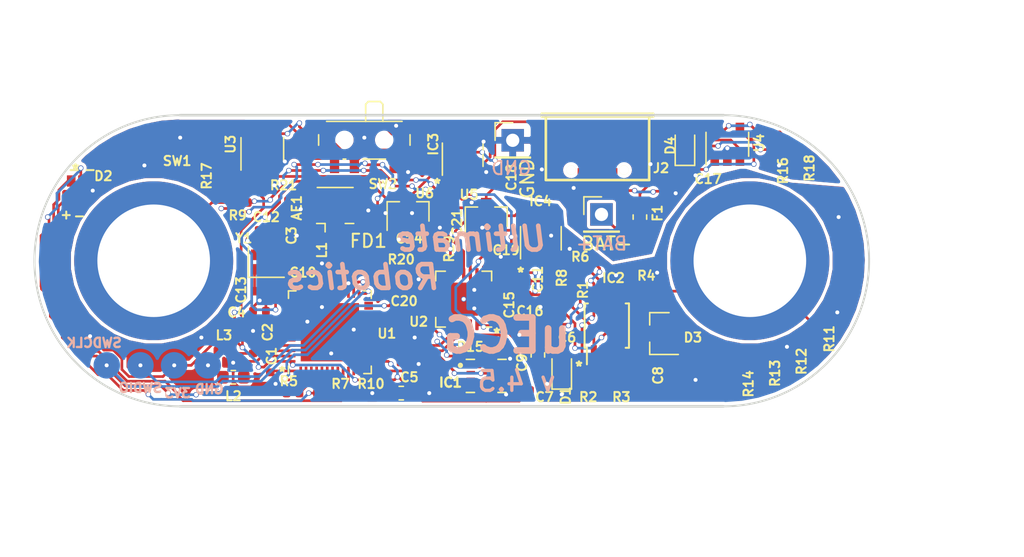
<source format=kicad_pcb>
(kicad_pcb (version 20171130) (host pcbnew 5.1.7-a382d34a8~88~ubuntu18.04.1)
  (layers (0 F.Cu signal) (31 B.Cu signal) (34 B.Paste user) (35 F.Paste user) (36 B.SilkS user hide) (37 F.SilkS user) (38 B.Mask user) (39 F.Mask user) (44 Edge.Cuts user))
  (net 0 "")
  (net 1 GNDA)
  (net 2 GND)
  (net 3 +BATT)
  (net 4 +3V3)
  (net 5 +3.3VA)
  (net 6 "Net-(AE1-Pad1)")
  (net 7 SWDIO)
  (net 8 SWDCLK)
  (net 9 CH0+)
  (net 10 CH0-)
  (net 11 DR)
  (net 12 F_CLK)
  (net 13 CS)
  (net 14 SCLK)
  (net 15 "Net-(R15-Pad1)")
  (net 16 BATT_LEVEL)
  (net 17 "Net-(R17-Pad2)")
  (net 18 BMI_CS)
  (net 19 BMI_INT1)
  (net 20 CH1+)
  (net 21 "Net-(E+1-Pad1)")
  (net 22 "Net-(E-1-Pad1)")
  (net 23 "Net-(R12-Pad2)")
  (net 24 "Net-(C1-Pad1)")
  (net 25 "Net-(C2-Pad1)")
  (net 26 "Net-(C3-Pad1)")
  (net 27 "Net-(C6-Pad1)")
  (net 28 "Net-(C8-Pad2)")
  (net 29 "Net-(C10-Pad1)")
  (net 30 "Net-(C12-Pad2)")
  (net 31 "Net-(C13-Pad2)")
  (net 32 "Net-(C15-Pad2)")
  (net 33 "Net-(C17-Pad2)")
  (net 34 "Net-(D2-Pad1)")
  (net 35 "Net-(D2-Pad4)")
  (net 36 IN2)
  (net 37 "Net-(D4-Pad1)")
  (net 38 "Net-(D4-Pad2)")
  (net 39 "Net-(IC2-Pad1)")
  (net 40 "Net-(R5-Pad2)")
  (net 41 "Net-(R7-Pad2)")
  (net 42 "Net-(R10-Pad2)")
  (net 43 "Net-(R11-Pad2)")
  (net 44 "Net-(R13-Pad2)")
  (net 45 "Net-(R18-Pad1)")
  (net 46 "Net-(F1-Pad1)")
  (net 47 "Net-(F1-Pad2)")
  (net 48 +3.3VADC)
  (net 49 "Net-(IC1-Pad2)")
  (net 50 "Net-(IC1-Pad3)")
  (net 51 "Net-(IC1-Pad9)")
  (net 52 "Net-(IC1-Pad10)")
  (net 53 "Net-(IC1-Pad11)")
  (net 54 "Net-(J2-Pad4)")
  (net 55 "Net-(J2-Pad3)")
  (net 56 "Net-(J2-Pad2)")
  (net 57 "Net-(SW2-Pad3)")
  (net 58 "Net-(U1-Pad2)")
  (net 59 "Net-(U1-Pad3)")
  (net 60 "Net-(U1-Pad5)")
  (net 61 "Net-(U1-Pad6)")
  (net 62 "Net-(U1-Pad7)")
  (net 63 "Net-(U1-Pad11)")
  (net 64 "Net-(U1-Pad24)")
  (net 65 "Net-(U1-Pad28)")
  (net 66 "Net-(U1-Pad32)")
  (net 67 "Net-(U1-Pad37)")
  (net 68 "Net-(U1-Pad40)")
  (net 69 "Net-(U1-Pad41)")
  (net 70 "Net-(U1-Pad43)")
  (net 71 "Net-(U1-Pad44)")
  (net 72 "Net-(U2-Pad9)")
  (net 73 "Net-(U2-Pad10)")
  (net 74 "Net-(U2-Pad13)")
  (net 75 "Net-(U1-Pad42)")
  (net 76 "Net-(D2-Pad3)")
  (net 77 CIPO)
  (net 78 COPI)
  (net 79 +4V)
  (net 80 "Net-(IC3-Pad3)")
  (net 81 AMP_EN)
  (net 82 "Net-(L2-Pad2)")
  (net 83 "Net-(L2-Pad1)")
  (net 84 BT_OUT)
  (net 85 "Net-(U1-Pad22)")
  (net 86 SYS_ON)
  (net 87 "Net-(U1-Pad38)")
  (net 88 "Net-(U1-Pad23)")
  (module ultimate_library:PQFN50P300X250X88-14N (layer F.Cu) (at 123.1 108.7)
    (fp_text reference IC1 (at -2.7 0.5) (layer F.SilkS) (effects (font (size 0.7 0.7) (thickness 0.175))))
    (fp_text value BMI160)
    (pad 1 smd rect (at -1.165 -0.75) (size 0.64 0.25) (layers F.Cu F.Paste F.Mask) (net 77 CIPO))
    (pad 2 smd rect (at -1.165 -0.25) (size 0.64 0.25) (layers F.Cu F.Paste F.Mask) (net 49 "Net-(IC1-Pad2)"))
    (pad 3 smd rect (at -1.165 0.25) (size 0.64 0.25) (layers F.Cu F.Paste F.Mask) (net 50 "Net-(IC1-Pad3)"))
    (pad 4 smd rect (at -1.165 0.75) (size 0.64 0.25) (layers F.Cu F.Paste F.Mask) (net 19 BMI_INT1))
    (pad 5 smd rect (at -0.5 0.915 90) (size 0.675 0.25) (layers F.Cu F.Paste F.Mask) (net 4 +3V3))
    (pad 6 smd rect (at 0 0.915 90) (size 0.675 0.25) (layers F.Cu F.Paste F.Mask) (net 2 GND))
    (pad 7 smd rect (at 0.5 0.915 90) (size 0.675 0.25) (layers F.Cu F.Paste F.Mask) (net 2 GND))
    (pad 8 smd rect (at 1.165 0.75 180) (size 0.64 0.25) (layers F.Cu F.Paste F.Mask) (net 4 +3V3))
    (pad 9 smd rect (at 1.165 0.25 180) (size 0.64 0.25) (layers F.Cu F.Paste F.Mask) (net 51 "Net-(IC1-Pad9)"))
    (pad 10 smd rect (at 1.165 -0.25 180) (size 0.64 0.25) (layers F.Cu F.Paste F.Mask) (net 52 "Net-(IC1-Pad10)"))
    (pad 11 smd rect (at 1.165 -0.75 180) (size 0.64 0.25) (layers F.Cu F.Paste F.Mask) (net 53 "Net-(IC1-Pad11)"))
    (pad 12 smd rect (at 0.5 -0.915 270) (size 0.675 0.25) (layers F.Cu F.Paste F.Mask) (net 18 BMI_CS))
    (pad 13 smd rect (at 0 -0.915 270) (size 0.675 0.25) (layers F.Cu F.Paste F.Mask) (net 14 SCLK))
    (pad 14 smd rect (at -0.5 -0.915 270) (size 0.675 0.25) (layers F.Cu F.Paste F.Mask) (net 78 COPI))
  )
  (module Capacitor_SMD:C_0603_1608Metric (layer F.Cu) (at 127 107.1125 90)
    (fp_text reference C9 (at -0.5875 -1.2 90) (layer F.SilkS) (effects (font (size 0.7 0.7))))
    (fp_text value "10 uF")
    (pad 2 smd roundrect (at 0.7875 0 90) (size 0.875 0.95) (layers F.Cu F.Paste F.Mask) (net 48 +3.3VADC))
    (pad 1 smd roundrect (at -0.7875 0 90) (size 0.875 0.95) (layers F.Cu F.Paste F.Mask) (net 1 GNDA))
  )
  (module Capacitor_SMD:C_0603_1608Metric (layer F.Cu) (at 116.6875 110)
    (fp_text reference C5 (at 0.6125 -1.2) (layer F.SilkS) (effects (font (size 0.7 0.7))))
    (fp_text value "10 uF")
    (pad 2 smd roundrect (at 0.7875 0) (size 0.875 0.95) (layers F.Cu F.Paste F.Mask) (net 4 +3V3))
    (pad 1 smd roundrect (at -0.7875 0) (size 0.875 0.95) (layers F.Cu F.Paste F.Mask) (net 2 GND))
  )
  (module Capacitor_SMD:C_0402_1005Metric (layer F.Cu) (at 128.115 104.8 180)
    (fp_text reference C6 (at -1.085 -1) (layer F.SilkS) (effects (font (size 0.7 0.7))))
    (fp_text value "2.2 uF")
    (pad 2 smd roundrect (at 0.485 0 180) (size 0.59 0.64) (layers F.Cu F.Paste F.Mask) (net 9 CH0+))
    (pad 1 smd roundrect (at -0.485 0 180) (size 0.59 0.64) (layers F.Cu F.Paste F.Mask) (net 27 "Net-(C6-Pad1)"))
  )
  (module ultimate_library:conn_usb_B_micro_smd_our (layer F.Cu) (at 131.5 91 180)
    (fp_text reference J2 (at -4.8 -2 180) (layer F.SilkS) (effects (font (size 0.7 0.7))))
    (fp_text value USB_B_Micro)
    (pad "" np_thru_hole circle (at -2 -2.15 180) (size 0.7 0.7) (drill 0.7) (layers *.Cu *.Mask F.SilkS))
    (pad "" np_thru_hole circle (at 2 -2.15 180) (size 0.7 0.7) (drill 0.7) (layers *.Cu *.Mask F.SilkS))
    (pad 5 smd rect (at 1.30048 -2.67462 180) (size 0.4 1.35) (layers F.Cu F.Paste F.Mask) (net 2 GND))
    (pad 4 smd rect (at 0.6477 -2.67462 180) (size 0.4 1.35) (layers F.Cu F.Paste F.Mask) (net 54 "Net-(J2-Pad4)"))
    (pad 3 smd rect (at 0 -2.67462 180) (size 0.4 1.35) (layers F.Cu F.Paste F.Mask) (net 55 "Net-(J2-Pad3)"))
    (pad 2 smd rect (at -0.6477 -2.67462 180) (size 0.4 1.35) (layers F.Cu F.Paste F.Mask) (net 56 "Net-(J2-Pad2)"))
    (pad 1 smd rect (at -1.30048 -2.67462 180) (size 0.4 1.35) (layers F.Cu F.Paste F.Mask) (net 33 "Net-(C17-Pad2)"))
    (pad 6 smd rect (at -3.9497 0 180) (size 1.89738 1.89738) (layers F.Cu F.Paste F.Mask) (net 2 GND))
    (pad 6 smd rect (at 3.9497 0 180) (size 1.9 1.9) (layers F.Cu F.Paste F.Mask) (net 2 GND))
    (pad 6 smd rect (at 1.19888 0 180) (size 1.89738 1.89738) (layers F.Cu F.Paste F.Mask) (net 2 GND))
    (pad 6 smd rect (at -1.19888 0 180) (size 1.89738 1.89738) (layers F.Cu F.Paste F.Mask) (net 2 GND))
  )
  (module Fiducial:Fiducial_1mm_Dia_2mm_Outer (layer F.Cu) (at 114.3 100.3)
    (fp_text reference FD1 (at -0.1 -1.8) (layer F.SilkS))
    (fp_text value Fiducial_1mm_Dia_2mm_Outer)
    (pad ~ smd circle (at 0 0) (size 1 1) (layers F.Cu F.Mask) (clearance 0.5))
  )
  (module Crystal:Crystal_SMD_2016-4Pin_2.0x1.6mm (layer F.Cu) (at 106.5 100.1)
    (fp_text reference Y1 (at -1.7 -1.8) (layer F.SilkS) (effects (font (size 0.7 0.7))))
    (fp_text value 32MHz)
    (pad 4 smd rect (at -0.7 -0.55) (size 0.9 0.8) (layers F.Cu F.Paste F.Mask) (net 2 GND))
    (pad 3 smd rect (at 0.7 -0.55) (size 0.9 0.8) (layers F.Cu F.Paste F.Mask) (net 30 "Net-(C12-Pad2)"))
    (pad 2 smd rect (at 0.7 0.55) (size 0.9 0.8) (layers F.Cu F.Paste F.Mask) (net 2 GND))
    (pad 1 smd rect (at -0.7 0.55) (size 0.9 0.8) (layers F.Cu F.Paste F.Mask) (net 31 "Net-(C13-Pad2)"))
  )
  (module Package_TO_SOT_SMD:SOT-23-5 (layer F.Cu) (at 106.2 91.6 90)
    (fp_text reference U3 (at 0.4 -2.4 90) (layer F.SilkS) (effects (font (size 0.7 0.7))))
    (fp_text value 74AHC1G32)
    (pad 5 smd rect (at 1.1 -0.95 90) (size 1.06 0.65) (layers F.Cu F.Paste F.Mask) (net 79 +4V))
    (pad 4 smd rect (at 1.1 0.95 90) (size 1.06 0.65) (layers F.Cu F.Paste F.Mask) (net 80 "Net-(IC3-Pad3)"))
    (pad 3 smd rect (at -1.1 0.95 90) (size 1.06 0.65) (layers F.Cu F.Paste F.Mask) (net 2 GND))
    (pad 2 smd rect (at -1.1 0 90) (size 1.06 0.65) (layers F.Cu F.Paste F.Mask) (net 84 BT_OUT))
    (pad 1 smd rect (at -1.1 -0.95 90) (size 1.06 0.65) (layers F.Cu F.Paste F.Mask) (net 86 SYS_ON))
  )
  (module Button_Switch_SMD:SW_SPDT_PCM12 (layer F.Cu) (at 113.9 91.2 180)
    (fp_text reference SW2 (at -1.4 -3) (layer F.SilkS) (effects (font (size 0.7 0.7))))
    (fp_text value SW_SPDT)
    (pad "" smd rect (at -3.65 -0.78 180) (size 1 0.8) (layers F.Cu F.Paste F.Mask))
    (pad "" smd rect (at 3.65 -0.78 180) (size 1 0.8) (layers F.Cu F.Paste F.Mask))
    (pad "" smd rect (at 3.65 1.43 180) (size 1 0.8) (layers F.Cu F.Paste F.Mask))
    (pad "" smd rect (at -3.65 1.43 180) (size 1 0.8) (layers F.Cu F.Paste F.Mask))
    (pad 3 smd rect (at 2.25 -1.43 180) (size 0.7 1.5) (layers F.Cu F.Paste F.Mask) (net 57 "Net-(SW2-Pad3)"))
    (pad 2 smd rect (at 0.75 -1.43 180) (size 0.7 1.5) (layers F.Cu F.Paste F.Mask) (net 79 +4V))
    (pad 1 smd rect (at -2.25 -1.43 180) (size 0.7 1.5) (layers F.Cu F.Paste F.Mask) (net 46 "Net-(F1-Pad1)"))
    (pad "" np_thru_hole circle (at 1.5 0.33 180) (size 0.9 0.9) (drill 0.9) (layers *.Cu *.Mask))
    (pad "" np_thru_hole circle (at -1.5 0.33 180) (size 0.9 0.9) (drill 0.9) (layers *.Cu *.Mask))
  )
  (module Resistor_SMD:R_0402_1005Metric (layer F.Cu) (at 105.685 94.4)
    (fp_text reference R21 (at 2.115 -0.1) (layer F.SilkS) (effects (font (size 0.7 0.7))))
    (fp_text value 100k)
    (pad 2 smd roundrect (at 0.485 0) (size 0.59 0.64) (layers F.Cu F.Paste F.Mask) (net 2 GND))
    (pad 1 smd roundrect (at -0.485 0) (size 0.59 0.64) (layers F.Cu F.Paste F.Mask) (net 17 "Net-(R17-Pad2)"))
  )
  (module Resistor_SMD:R_0402_1005Metric (layer F.Cu) (at 103.1 93.585 270)
    (fp_text reference R17 (at 0.015 1.1 90) (layer F.SilkS) (effects (font (size 0.7 0.7))))
    (fp_text value 22k)
    (pad 2 smd roundrect (at 0.485 0 270) (size 0.59 0.64) (layers F.Cu F.Paste F.Mask) (net 17 "Net-(R17-Pad2)"))
    (pad 1 smd roundrect (at -0.485 0 270) (size 0.59 0.64) (layers F.Cu F.Paste F.Mask) (net 84 BT_OUT))
  )
  (module Inductor_SMD:L_0402_1005Metric (layer F.Cu) (at 103.3 106.8)
    (fp_text reference L3 (at 0 -1.17) (layer F.SilkS) (effects (font (size 0.7 0.7))))
    (fp_text value "15 nH")
    (pad 2 smd roundrect (at 0.485 0) (size 0.59 0.64) (layers F.Cu F.Paste F.Mask) (net 25 "Net-(C2-Pad1)"))
    (pad 1 smd roundrect (at -0.485 0) (size 0.59 0.64) (layers F.Cu F.Paste F.Mask) (net 82 "Net-(L2-Pad2)"))
  )
  (module Inductor_SMD:L_0603_1608Metric (layer F.Cu) (at 104.0125 108.8 180)
    (fp_text reference L2 (at 0 -1.43) (layer F.SilkS) (effects (font (size 0.7 0.7))))
    (fp_text value "10 uH")
    (pad 2 smd roundrect (at 0.7875 0 180) (size 0.875 0.95) (layers F.Cu F.Paste F.Mask) (net 82 "Net-(L2-Pad2)"))
    (pad 1 smd roundrect (at -0.7875 0 180) (size 0.875 0.95) (layers F.Cu F.Paste F.Mask) (net 83 "Net-(L2-Pad1)"))
  )
  (module Package_TO_SOT_SMD:TSOT-23-6 (layer F.Cu) (at 127.2 98.3 90)
    (fp_text reference IC4 (at 2.8 0 180) (layer F.SilkS) (effects (font (size 0.7 0.7))))
    (fp_text value SIP32510DT-T1-GE3)
    (pad 6 smd rect (at 1.31 -0.95 90) (size 1.22 0.65) (layers F.Cu F.Paste F.Mask) (net 48 +3.3VADC))
    (pad 5 smd rect (at 1.31 0 90) (size 1.22 0.65) (layers F.Cu F.Paste F.Mask) (net 48 +3.3VADC))
    (pad 4 smd rect (at 1.31 0.95 90) (size 1.22 0.65) (layers F.Cu F.Paste F.Mask) (net 1 GNDA))
    (pad 3 smd rect (at -1.31 0.95 90) (size 1.22 0.65) (layers F.Cu F.Paste F.Mask) (net 81 AMP_EN))
    (pad 2 smd rect (at -1.31 0 90) (size 1.22 0.65) (layers F.Cu F.Paste F.Mask) (net 5 +3.3VA))
    (pad 1 smd rect (at -1.31 -0.95 90) (size 1.22 0.65) (layers F.Cu F.Paste F.Mask) (net 5 +3.3VA))
  )
  (module Package_TO_SOT_SMD:TSOT-23-6 (layer F.Cu) (at 121.3 91.99 90)
    (fp_text reference IC3 (at 0.79 -2.2 90) (layer F.SilkS) (effects (font (size 0.7 0.7))))
    (fp_text value SIP32510DT-T1-GE3)
    (pad 6 smd rect (at 1.31 -0.95 90) (size 1.22 0.65) (layers F.Cu F.Paste F.Mask) (net 79 +4V))
    (pad 5 smd rect (at 1.31 0 90) (size 1.22 0.65) (layers F.Cu F.Paste F.Mask) (net 79 +4V))
    (pad 4 smd rect (at 1.31 0.95 90) (size 1.22 0.65) (layers F.Cu F.Paste F.Mask) (net 2 GND))
    (pad 3 smd rect (at -1.31 0.95 90) (size 1.22 0.65) (layers F.Cu F.Paste F.Mask) (net 80 "Net-(IC3-Pad3)"))
    (pad 2 smd rect (at -1.31 0 90) (size 1.22 0.65) (layers F.Cu F.Paste F.Mask) (net 3 +BATT))
    (pad 1 smd rect (at -1.31 -0.95 90) (size 1.22 0.65) (layers F.Cu F.Paste F.Mask) (net 3 +BATT))
  )
  (module Connector_Coaxial:U.FL_Hirose_U.FL-R-SMT-1_Vertical (layer F.Cu) (at 111.7 96.3 90)
    (fp_text reference AE1 (at 0.3 -2.9 90) (layer F.SilkS) (effects (font (size 0.7 0.7))))
    (fp_text value Antenna_Shield)
    (pad 2 smd rect (at 0.475 -1.475 90) (size 2.2 1.05) (layers F.Cu F.Paste F.Mask) (net 2 GND))
    (pad 1 smd rect (at -1.05 0 90) (size 1.05 1) (layers F.Cu F.Paste F.Mask) (net 6 "Net-(AE1-Pad1)"))
    (pad 2 smd rect (at 0.475 1.475 90) (size 2.2 1.05) (layers F.Cu F.Paste F.Mask) (net 2 GND))
  )
  (module LED_SMD:LED_0603_1608Metric (layer F.Cu) (at 128.8 108.2125 90)
    (fp_text reference D1 (at -1.9875 0.3 90) (layer F.SilkS) (effects (font (size 0.7 0.7))))
    (fp_text value "LED RED")
    (pad 2 smd roundrect (at 0.7875 0 90) (size 0.875 0.95) (layers F.Cu F.Paste F.Mask) (net 9 CH0+))
    (pad 1 smd roundrect (at -0.7875 0 90) (size 0.875 0.95) (layers F.Cu F.Paste F.Mask) (net 1 GNDA))
  )
  (module LED_SMD:LED_0603_1608Metric (layer F.Cu) (at 138.1 91.3125 90)
    (fp_text reference D4 (at 0.0125 -1.1 90) (layer F.SilkS) (effects (font (size 0.7 0.7))))
    (fp_text value "LED GREEN")
    (pad 2 smd roundrect (at 0.7875 0 90) (size 0.875 0.95) (layers F.Cu F.Paste F.Mask) (net 38 "Net-(D4-Pad2)"))
    (pad 1 smd roundrect (at -0.7875 0 90) (size 0.875 0.95) (layers F.Cu F.Paste F.Mask) (net 37 "Net-(D4-Pad1)"))
  )
  (module Package_SO:MSOP-8_3x3mm_P0.65mm (layer F.Cu) (at 132.2 104.9 90)
    (fp_text reference IC2 (at 3.6 0.5 180) (layer F.SilkS) (effects (font (size 0.7 0.7))))
    (fp_text value AD8606ARMZ)
    (pad 8 smd rect (at 2.2 -0.975 90) (size 1.45 0.45) (layers F.Cu F.Paste F.Mask) (net 5 +3.3VA))
    (pad 7 smd rect (at 2.2 -0.325 90) (size 1.45 0.45) (layers F.Cu F.Paste F.Mask) (net 27 "Net-(C6-Pad1)"))
    (pad 6 smd rect (at 2.2 0.325 90) (size 1.45 0.45) (layers F.Cu F.Paste F.Mask) (net 27 "Net-(C6-Pad1)"))
    (pad 5 smd rect (at 2.2 0.975 90) (size 1.45 0.45) (layers F.Cu F.Paste F.Mask) (net 36 IN2))
    (pad 4 smd rect (at -2.2 0.975 90) (size 1.45 0.45) (layers F.Cu F.Paste F.Mask) (net 1 GNDA))
    (pad 3 smd rect (at -2.2 0.325 90) (size 1.45 0.45) (layers F.Cu F.Paste F.Mask) (net 28 "Net-(C8-Pad2)"))
    (pad 2 smd rect (at -2.2 -0.325 90) (size 1.45 0.45) (layers F.Cu F.Paste F.Mask) (net 39 "Net-(IC2-Pad1)"))
    (pad 1 smd rect (at -2.2 -0.975 90) (size 1.45 0.45) (layers F.Cu F.Paste F.Mask) (net 39 "Net-(IC2-Pad1)"))
  )
  (module ultimate_library:LED_RGB_0603 (layer F.Cu) (at 92.2 94.7)
    (fp_text reference D2 (at 2 -1.1) (layer F.SilkS) (effects (font (size 0.7 0.7))))
    (fp_text value LED_RABG)
    (pad 2 smd rect (at -0.425 0.725) (size 0.65 0.85) (layers F.Cu F.Paste F.Mask) (net 4 +3V3))
    (pad 3 smd rect (at 0.425 0.725) (size 0.65 0.85) (layers F.Cu F.Paste F.Mask) (net 76 "Net-(D2-Pad3)"))
    (pad 4 smd rect (at 0.425 -0.725) (size 0.65 0.85) (layers F.Cu F.Paste F.Mask) (net 35 "Net-(D2-Pad4)"))
    (pad 1 smd rect (at -0.425 -0.725) (size 0.65 0.85) (layers F.Cu F.Paste F.Mask) (net 34 "Net-(D2-Pad1)"))
  )
  (module ultimate_library:GND_CONN (layer F.Cu) (at 121.3 96)
    (fp_text reference GC1)
    (fp_text value GND_CONN)
    (fp_line (start -0.5 0) (end 0.5 0) (layer F.Cu) (width 0.2))
    (pad 2 smd rect (at 0.5 0) (size 0.3 0.3) (layers F.Cu F.Paste F.Mask) (net 1 GNDA))
    (pad 1 smd rect (at -0.5 0) (size 0.3 0.3) (layers F.Cu F.Paste F.Mask) (net 2 GND))
  )
  (module ultimate_library:BTN_HY_1185 (layer F.Cu) (at 99.704 90.932)
    (fp_text reference SW1 (at 0.066 1.528) (layer F.SilkS) (effects (font (size 0.7 0.7))))
    (fp_text value SW_Push)
    (pad 2 smd rect (at 2.15 0) (size 1.15 1.7) (layers F.Cu F.Paste F.Mask) (net 79 +4V))
    (pad 1 smd rect (at -2.15 0) (size 1.15 1.7) (layers F.Cu F.Paste F.Mask) (net 84 BT_OUT))
  )
  (module ultimate_library:SWD_POGO (layer B.Cu) (at 98.27 107.9 270)
    (fp_text reference SC1)
    (fp_text value SWD_POGO)
    (fp_text user GND (at 1.8 -3.93) (layer B.SilkS) (effects (font (size 0.7 0.7) (thickness 0.175)) (justify mirror)))
    (fp_text user SWDCLK (at -1.7 4.77) (layer B.SilkS) (effects (font (size 0.7 0.7) (thickness 0.175)) (justify mirror)))
    (fp_text user SWDIO (at 1.7 1.27) (layer B.SilkS) (effects (font (size 0.7 0.7) (thickness 0.175)) (justify mirror)))
    (fp_text user 3V3 (at 2.1 -1.53 180) (layer B.SilkS) (effects (font (size 0.7 0.7) (thickness 0.175)) (justify mirror)))
    (pad 1 smd circle (at 0 -3.81 270) (size 2 2) (layers B.Cu B.Mask) (net 2 GND))
    (pad 2 smd circle (at 0 -1.27 270) (size 2 2) (layers B.Cu B.Mask) (net 4 +3V3))
    (pad 3 smd circle (at 0 1.27 270) (size 2 2) (layers B.Cu B.Mask) (net 7 SWDIO))
    (pad 4 smd circle (at 0 3.81 270) (size 2 2) (layers B.Cu B.Mask) (net 8 SWDCLK))
  )
  (module ultimate_library:QFN-48-1EP_6x6mm_Pitch0.4mm (layer F.Cu) (at 111.3 105.4 90)
    (fp_text reference U1 (at -0.1 4.3) (layer F.SilkS) (effects (font (size 0.7 0.7))))
    (fp_text value nRF52832-QFxx)
    (pad 1 smd rect (at -2.925 -2.2 90) (size 0.65 0.2) (layers F.Cu F.Paste F.Mask) (net 24 "Net-(C1-Pad1)"))
    (pad 2 smd rect (at -2.925 -1.8 90) (size 0.65 0.2) (layers F.Cu F.Paste F.Mask) (net 58 "Net-(U1-Pad2)"))
    (pad 3 smd rect (at -2.925 -1.4 90) (size 0.65 0.2) (layers F.Cu F.Paste F.Mask) (net 59 "Net-(U1-Pad3)"))
    (pad 4 smd rect (at -2.925 -1 90) (size 0.65 0.2) (layers F.Cu F.Paste F.Mask) (net 16 BATT_LEVEL))
    (pad 5 smd rect (at -2.925 -0.6 90) (size 0.65 0.2) (layers F.Cu F.Paste F.Mask) (net 60 "Net-(U1-Pad5)"))
    (pad 6 smd rect (at -2.925 -0.2 90) (size 0.65 0.2) (layers F.Cu F.Paste F.Mask) (net 61 "Net-(U1-Pad6)"))
    (pad 7 smd rect (at -2.925 0.2 90) (size 0.65 0.2) (layers F.Cu F.Paste F.Mask) (net 62 "Net-(U1-Pad7)"))
    (pad 8 smd rect (at -2.925 0.6 90) (size 0.65 0.2) (layers F.Cu F.Paste F.Mask) (net 40 "Net-(R5-Pad2)"))
    (pad 9 smd rect (at -2.925 1 90) (size 0.65 0.2) (layers F.Cu F.Paste F.Mask) (net 41 "Net-(R7-Pad2)"))
    (pad 10 smd rect (at -2.925 1.4 90) (size 0.65 0.2) (layers F.Cu F.Paste F.Mask) (net 42 "Net-(R10-Pad2)"))
    (pad 11 smd rect (at -2.925 1.8 90) (size 0.65 0.2) (layers F.Cu F.Paste F.Mask) (net 63 "Net-(U1-Pad11)"))
    (pad 12 smd rect (at -2.925 2.2 90) (size 0.65 0.2) (layers F.Cu F.Paste F.Mask) (net 19 BMI_INT1))
    (pad 13 smd rect (at -2.2 2.925 180) (size 0.65 0.2) (layers F.Cu F.Paste F.Mask) (net 4 +3V3))
    (pad 14 smd rect (at -1.8 2.925 180) (size 0.65 0.2) (layers F.Cu F.Paste F.Mask) (net 18 BMI_CS))
    (pad 15 smd rect (at -1.4 2.925 180) (size 0.65 0.2) (layers F.Cu F.Paste F.Mask) (net 78 COPI))
    (pad 16 smd rect (at -1 2.925 180) (size 0.65 0.2) (layers F.Cu F.Paste F.Mask) (net 77 CIPO))
    (pad 17 smd rect (at -0.6 2.925 180) (size 0.65 0.2) (layers F.Cu F.Paste F.Mask) (net 14 SCLK))
    (pad 18 smd rect (at -0.2 2.925 180) (size 0.65 0.2) (layers F.Cu F.Paste F.Mask) (net 13 CS))
    (pad 19 smd rect (at 0.2 2.925 180) (size 0.65 0.2) (layers F.Cu F.Paste F.Mask) (net 12 F_CLK))
    (pad 20 smd rect (at 0.6 2.925 180) (size 0.65 0.2) (layers F.Cu F.Paste F.Mask) (net 11 DR))
    (pad 21 smd rect (at 1 2.925 180) (size 0.65 0.2) (layers F.Cu F.Paste F.Mask) (net 81 AMP_EN))
    (pad 22 smd rect (at 1.4 2.925 180) (size 0.65 0.2) (layers F.Cu F.Paste F.Mask) (net 85 "Net-(U1-Pad22)"))
    (pad 23 smd rect (at 1.8 2.925 180) (size 0.65 0.2) (layers F.Cu F.Paste F.Mask) (net 88 "Net-(U1-Pad23)"))
    (pad 24 smd rect (at 2.2 2.925 180) (size 0.65 0.2) (layers F.Cu F.Paste F.Mask) (net 64 "Net-(U1-Pad24)"))
    (pad 25 smd rect (at 2.925 2.2 90) (size 0.65 0.2) (layers F.Cu F.Paste F.Mask) (net 8 SWDCLK))
    (pad 26 smd rect (at 2.925 1.8 90) (size 0.65 0.2) (layers F.Cu F.Paste F.Mask) (net 7 SWDIO))
    (pad 27 smd rect (at 2.925 1.4 90) (size 0.65 0.2) (layers F.Cu F.Paste F.Mask) (net 2 GND))
    (pad 28 smd rect (at 2.925 1 90) (size 0.65 0.2) (layers F.Cu F.Paste F.Mask) (net 65 "Net-(U1-Pad28)"))
    (pad 29 smd rect (at 2.925 0.6 90) (size 0.65 0.2) (layers F.Cu F.Paste F.Mask) (net 86 SYS_ON))
    (pad 30 smd rect (at 2.925 0.2 90) (size 0.65 0.2) (layers F.Cu F.Paste F.Mask) (net 29 "Net-(C10-Pad1)"))
    (pad 31 smd rect (at 2.925 -0.2 90) (size 0.65 0.2) (layers F.Cu F.Paste F.Mask) (net 2 GND))
    (pad 32 smd rect (at 2.925 -0.6 90) (size 0.65 0.2) (layers F.Cu F.Paste F.Mask) (net 66 "Net-(U1-Pad32)"))
    (pad 33 smd rect (at 2.925 -1 90) (size 0.65 0.2) (layers F.Cu F.Paste F.Mask) (net 26 "Net-(C3-Pad1)"))
    (pad 34 smd rect (at 2.925 -1.4 90) (size 0.65 0.2) (layers F.Cu F.Paste F.Mask) (net 30 "Net-(C12-Pad2)"))
    (pad 35 smd rect (at 2.925 -1.8 90) (size 0.65 0.2) (layers F.Cu F.Paste F.Mask) (net 31 "Net-(C13-Pad2)"))
    (pad 36 smd rect (at 2.925 -2.2 90) (size 0.65 0.2) (layers F.Cu F.Paste F.Mask) (net 4 +3V3))
    (pad 37 smd rect (at 2.2 -2.925 180) (size 0.65 0.2) (layers F.Cu F.Paste F.Mask) (net 67 "Net-(U1-Pad37)"))
    (pad 38 smd rect (at 1.8 -2.925 180) (size 0.65 0.2) (layers F.Cu F.Paste F.Mask) (net 87 "Net-(U1-Pad38)"))
    (pad 39 smd rect (at 1.4 -2.925 180) (size 0.65 0.2) (layers F.Cu F.Paste F.Mask) (net 17 "Net-(R17-Pad2)"))
    (pad 40 smd rect (at 1 -2.925 180) (size 0.65 0.2) (layers F.Cu F.Paste F.Mask) (net 68 "Net-(U1-Pad40)"))
    (pad 41 smd rect (at 0.6 -2.925 180) (size 0.65 0.2) (layers F.Cu F.Paste F.Mask) (net 69 "Net-(U1-Pad41)"))
    (pad 42 smd rect (at 0.2 -2.925 180) (size 0.65 0.2) (layers F.Cu F.Paste F.Mask) (net 75 "Net-(U1-Pad42)"))
    (pad 43 smd rect (at -0.2 -2.925 180) (size 0.65 0.2) (layers F.Cu F.Paste F.Mask) (net 70 "Net-(U1-Pad43)"))
    (pad 44 smd rect (at -0.6 -2.925 180) (size 0.65 0.2) (layers F.Cu F.Paste F.Mask) (net 71 "Net-(U1-Pad44)"))
    (pad 45 smd rect (at -1 -2.925 180) (size 0.65 0.2) (layers F.Cu F.Paste F.Mask) (net 2 GND))
    (pad 46 smd rect (at -1.4 -2.925 180) (size 0.65 0.2) (layers F.Cu F.Paste F.Mask) (net 25 "Net-(C2-Pad1)"))
    (pad 47 smd rect (at -1.8 -2.925 180) (size 0.65 0.2) (layers F.Cu F.Paste F.Mask) (net 83 "Net-(L2-Pad1)"))
    (pad 48 smd rect (at -2.2 -2.925 180) (size 0.65 0.2) (layers F.Cu F.Paste F.Mask) (net 4 +3V3))
    (pad 49 smd rect (at 0 0 90) (size 4.4 4.4) (layers F.Cu F.Mask) (net 2 GND))
  )
  (module Inductor_SMD:L_0402_1005Metric (layer F.Cu) (at 111.7 99.385 270)
    (fp_text reference L1 (at -0.185 1 270) (layer F.SilkS) (effects (font (size 0.7 0.7))))
    (fp_text value "3.9 nH")
    (pad 2 smd roundrect (at 0.485 0 270) (size 0.59 0.64) (layers F.Cu F.Paste F.Mask) (net 29 "Net-(C10-Pad1)"))
    (pad 1 smd roundrect (at -0.485 0 270) (size 0.59 0.64) (layers F.Cu F.Paste F.Mask) (net 6 "Net-(AE1-Pad1)"))
  )
  (module Pin_Headers:Pin_Header_Straight_1x01_Pitch2.54mm (layer F.Cu) (at 131.8 96.5)
    (fp_text reference J5)
    (fp_text value Conn_01x01_Male)
    (pad 1 thru_hole rect (at 0 0) (size 1.7 1.7) (drill 1) (layers *.Cu *.Mask) (net 47 "Net-(F1-Pad2)"))
  )
  (module Capacitor_SMD:C_0402_1005Metric (layer F.Cu) (at 135.1 108.615 270)
    (fp_text reference C8 (at 0.05 -0.97 270) (layer F.SilkS) (effects (font (size 0.7 0.7))))
    (fp_text value "100 nF")
    (pad 1 smd roundrect (at -0.485 0 270) (size 0.59 0.64) (layers F.Cu F.Paste F.Mask) (net 1 GNDA))
    (pad 2 smd roundrect (at 0.485 0 270) (size 0.59 0.64) (layers F.Cu F.Paste F.Mask) (net 28 "Net-(C8-Pad2)"))
  )
  (module Capacitor_SMD:C_0402_1005Metric (layer F.Cu) (at 124.8 101.185 90)
    (fp_text reference C15 (at -2.15 0.04 90) (layer F.SilkS) (effects (font (size 0.7 0.7))))
    (fp_text value "100 nF")
    (pad 2 smd roundrect (at 0.485 0 90) (size 0.59 0.64) (layers F.Cu F.Paste F.Mask) (net 32 "Net-(C15-Pad2)"))
    (pad 1 smd roundrect (at -0.485 0 90) (size 0.59 0.64) (layers F.Cu F.Paste F.Mask) (net 1 GNDA))
  )
  (module Capacitor_SMD:C_0402_1005Metric (layer F.Cu) (at 116.585 102.1)
    (fp_text reference C20 (at 0.315 0.95 180) (layer F.SilkS) (effects (font (size 0.7 0.7))))
    (fp_text value "100 nF")
    (pad 2 smd roundrect (at 0.485 0) (size 0.59 0.64) (layers F.Cu F.Paste F.Mask) (net 16 BATT_LEVEL))
    (pad 1 smd roundrect (at -0.485 0) (size 0.59 0.64) (layers F.Cu F.Paste F.Mask) (net 2 GND))
  )
  (module Capacitor_SMD:C_0402_1005Metric (layer F.Cu) (at 123.9 93.785 270)
    (fp_text reference C18 (at -0.085 -1.1 90) (layer F.SilkS) (effects (font (size 0.7 0.7))))
    (fp_text value "2.2 uF")
    (pad 1 smd roundrect (at -0.485 0 270) (size 0.59 0.64) (layers F.Cu F.Paste F.Mask) (net 2 GND))
    (pad 2 smd roundrect (at 0.485 0 270) (size 0.59 0.64) (layers F.Cu F.Paste F.Mask) (net 3 +BATT))
  )
  (module Capacitor_SMD:C_0402_1005Metric (layer F.Cu) (at 119.9 96.285 90)
    (fp_text reference C21 (at -0.815 1 90) (layer F.SilkS) (effects (font (size 0.7 0.7))))
    (fp_text value "2.2 uF")
    (pad 2 smd roundrect (at 0.485 0 90) (size 0.59 0.64) (layers F.Cu F.Paste F.Mask) (net 3 +BATT))
    (pad 1 smd roundrect (at -0.485 0 90) (size 0.59 0.64) (layers F.Cu F.Paste F.Mask) (net 2 GND))
  )
  (module Capacitor_SMD:C_0402_1005Metric (layer F.Cu) (at 117.1 99.1)
    (fp_text reference C14 (at 0.19 -0.78 180) (layer F.SilkS) (effects (font (size 0.7 0.7))))
    (fp_text value "2.2 uF")
    (pad 2 smd roundrect (at 0.485 0) (size 0.59 0.64) (layers F.Cu F.Paste F.Mask) (net 4 +3V3))
    (pad 1 smd roundrect (at -0.485 0) (size 0.59 0.64) (layers F.Cu F.Paste F.Mask) (net 2 GND))
  )
  (module Capacitor_SMD:C_0402_1005Metric (layer F.Cu) (at 122.8 99.2)
    (fp_text reference C19 (at 1.8 0 180) (layer F.SilkS) (effects (font (size 0.7 0.7))))
    (fp_text value "2.2 uF")
    (pad 2 smd roundrect (at 0.485 0) (size 0.59 0.64) (layers F.Cu F.Paste F.Mask) (net 48 +3.3VADC))
    (pad 1 smd roundrect (at -0.485 0) (size 0.59 0.64) (layers F.Cu F.Paste F.Mask) (net 1 GNDA))
  )
  (module Capacitor_SMD:C_0402_1005Metric (layer F.Cu) (at 106.415 97.7)
    (fp_text reference C12 (at 0.085 -1 180) (layer F.SilkS) (effects (font (size 0.7 0.7))))
    (fp_text value "12 pF")
    (pad 1 smd roundrect (at -0.485 0) (size 0.59 0.64) (layers F.Cu F.Paste F.Mask) (net 2 GND))
    (pad 2 smd roundrect (at 0.485 0) (size 0.59 0.64) (layers F.Cu F.Paste F.Mask) (net 30 "Net-(C12-Pad2)"))
  )
  (module Capacitor_SMD:C_0402_1005Metric (layer F.Cu) (at 106.1 102.3 180)
    (fp_text reference C13 (at 1.5 0.1 90) (layer F.SilkS) (effects (font (size 0.7 0.7))))
    (fp_text value "12 pF")
    (pad 2 smd roundrect (at 0.485 0 180) (size 0.59 0.64) (layers F.Cu F.Paste F.Mask) (net 31 "Net-(C13-Pad2)"))
    (pad 1 smd roundrect (at -0.485 0 180) (size 0.59 0.64) (layers F.Cu F.Paste F.Mask) (net 2 GND))
  )
  (module Capacitor_SMD:C_0402_1005Metric (layer F.Cu) (at 111.215 100.9 180)
    (fp_text reference C10 (at 1.955 0.01) (layer F.SilkS) (effects (font (size 0.7 0.7))))
    (fp_text value "0.8 pF")
    (pad 1 smd roundrect (at -0.485 0 180) (size 0.59 0.64) (layers F.Cu F.Paste F.Mask) (net 29 "Net-(C10-Pad1)"))
    (pad 2 smd roundrect (at 0.485 0 180) (size 0.59 0.64) (layers F.Cu F.Paste F.Mask) (net 2 GND))
  )
  (module Capacitor_SMD:C_0402_1005Metric (layer F.Cu) (at 106.8 108.915 270)
    (fp_text reference C1 (at -1.715 -0.1 90) (layer F.SilkS) (effects (font (size 0.7 0.7))))
    (fp_text value "100 nF")
    (pad 2 smd roundrect (at 0.485 0 270) (size 0.59 0.64) (layers F.Cu F.Paste F.Mask) (net 2 GND))
    (pad 1 smd roundrect (at -0.485 0 270) (size 0.59 0.64) (layers F.Cu F.Paste F.Mask) (net 24 "Net-(C1-Pad1)"))
  )
  (module Capacitor_SMD:C_0402_1005Metric (layer F.Cu) (at 105.5 106.515 90)
    (fp_text reference C2 (at 1.115 1.1 90) (layer F.SilkS) (effects (font (size 0.7 0.7))))
    (fp_text value "2.2 uF")
    (pad 1 smd roundrect (at -0.485 0 90) (size 0.59 0.64) (layers F.Cu F.Paste F.Mask) (net 25 "Net-(C2-Pad1)"))
    (pad 2 smd roundrect (at 0.485 0 90) (size 0.59 0.64) (layers F.Cu F.Paste F.Mask) (net 2 GND))
  )
  (module Capacitor_SMD:C_0402_1005Metric (layer F.Cu) (at 109.4 99.2 90)
    (fp_text reference C3 (at 1.1 -1 90) (layer F.SilkS) (effects (font (size 0.7 0.7))))
    (fp_text value "100 pF")
    (pad 2 smd roundrect (at 0.485 0 90) (size 0.59 0.64) (layers F.Cu F.Paste F.Mask) (net 2 GND))
    (pad 1 smd roundrect (at -0.485 0 90) (size 0.59 0.64) (layers F.Cu F.Paste F.Mask) (net 26 "Net-(C3-Pad1)"))
  )
  (module Capacitor_SMD:C_0402_1005Metric (layer F.Cu) (at 105.985 103.8 180)
    (fp_text reference C4 (at 1.73 -0.1) (layer F.SilkS) (effects (font (size 0.7 0.7))))
    (fp_text value "100 nF")
    (pad 1 smd roundrect (at -0.485 0 180) (size 0.59 0.64) (layers F.Cu F.Paste F.Mask) (net 4 +3V3))
    (pad 2 smd roundrect (at 0.485 0 180) (size 0.59 0.64) (layers F.Cu F.Paste F.Mask) (net 2 GND))
  )
  (module Capacitor_SMD:C_0402_1005Metric (layer F.Cu) (at 137.815 93.8 180)
    (fp_text reference C17 (at -2.03 -0.02 180) (layer F.SilkS) (effects (font (size 0.7 0.7))))
    (fp_text value "2.2 uF")
    (pad 1 smd roundrect (at -0.485 0 180) (size 0.59 0.64) (layers F.Cu F.Paste F.Mask) (net 2 GND))
    (pad 2 smd roundrect (at 0.485 0 180) (size 0.59 0.64) (layers F.Cu F.Paste F.Mask) (net 33 "Net-(C17-Pad2)"))
  )
  (module Capacitor_SMD:C_0402_1005Metric (layer F.Cu) (at 125.915 109.8)
    (fp_text reference C7 (at 1.585 0.5 180) (layer F.SilkS) (effects (font (size 0.7 0.7))))
    (fp_text value "100 nF")
    (pad 2 smd roundrect (at 0.485 0) (size 0.59 0.64) (layers F.Cu F.Paste F.Mask) (net 4 +3V3))
    (pad 1 smd roundrect (at -0.485 0) (size 0.59 0.64) (layers F.Cu F.Paste F.Mask) (net 2 GND))
  )
  (module Capacitor_SMD:C_0402_1005Metric (layer F.Cu) (at 125.185 104.9 180)
    (fp_text reference C16 (at -1.215 1.1) (layer F.SilkS) (effects (font (size 0.7 0.7))))
    (fp_text value "100 nF")
    (pad 1 smd roundrect (at -0.485 0 180) (size 0.59 0.64) (layers F.Cu F.Paste F.Mask) (net 1 GNDA))
    (pad 2 smd roundrect (at 0.485 0 180) (size 0.59 0.64) (layers F.Cu F.Paste F.Mask) (net 48 +3.3VADC))
  )
  (module Connector_PinHeader_2.54mm:PinHeader_1x01_P2.54mm_Vertical (layer F.Cu) (at 142 100)
    (fp_text reference E+1 (at 0 -2.33) (layer F.SilkS) (effects (font (size 0.7 0.7))))
    (fp_text value Conn_01x01_Male)
    (pad 1 thru_hole circle (at 1 0) (size 12 12) (drill 8.5) (layers *.Cu *.Mask) (net 21 "Net-(E+1-Pad1)"))
  )
  (module Connector_PinHeader_2.54mm:PinHeader_1x01_P2.54mm_Vertical (layer F.Cu) (at 98 100)
    (fp_text reference E-1 (at 0 -2.33) (layer F.SilkS) (effects (font (size 0.7 0.7))))
    (fp_text value Conn_01x01_Male)
    (pad 1 thru_hole circle (at 0 0) (size 12 12) (drill 8.5) (layers *.Cu *.Mask) (net 22 "Net-(E-1-Pad1)"))
  )
  (module Connector_PinHeader_2.54mm:PinHeader_1x01_P2.54mm_Vertical (layer F.Cu) (at 125.1 90.9)
    (fp_text reference J6)
    (fp_text value Conn_01x01_Male)
    (pad 1 thru_hole rect (at 0 0) (size 1.7 1.7) (drill 1) (layers *.Cu *.Mask) (net 2 GND))
  )
  (module Resistor_SMD:R_0402_1005Metric (layer F.Cu) (at 130.8 109.3 180)
    (fp_text reference R2 (at 0 -1 180) (layer F.SilkS) (effects (font (size 0.7 0.7))))
    (fp_text value 510k)
    (pad 2 smd roundrect (at 0.485 0 180) (size 0.59 0.64) (layers F.Cu F.Paste F.Mask) (net 5 +3.3VA))
    (pad 1 smd roundrect (at -0.485 0 180) (size 0.59 0.64) (layers F.Cu F.Paste F.Mask) (net 28 "Net-(C8-Pad2)"))
  )
  (module Resistor_SMD:R_0402_1005Metric (layer F.Cu) (at 133.215 109.3 180)
    (fp_text reference R3 (at -0.085 -1 180) (layer F.SilkS) (effects (font (size 0.7 0.7))))
    (fp_text value 200k)
    (pad 1 smd roundrect (at -0.485 0 180) (size 0.59 0.64) (layers F.Cu F.Paste F.Mask) (net 1 GNDA))
    (pad 2 smd roundrect (at 0.485 0 180) (size 0.59 0.64) (layers F.Cu F.Paste F.Mask) (net 28 "Net-(C8-Pad2)"))
  )
  (module Resistor_SMD:R_0402_1005Metric (layer F.Cu) (at 129.4 102.815 270)
    (fp_text reference R1 (at -0.615 -1 90) (layer F.SilkS) (effects (font (size 0.7 0.7))))
    (fp_text value 10R)
    (pad 1 smd roundrect (at -0.485 0 270) (size 0.59 0.64) (layers F.Cu F.Paste F.Mask) (net 10 CH0-))
    (pad 2 smd roundrect (at 0.485 0 270) (size 0.59 0.64) (layers F.Cu F.Paste F.Mask) (net 39 "Net-(IC2-Pad1)"))
  )
  (module Resistor_SMD:R_0402_1005Metric (layer F.Cu) (at 124.115 106.4)
    (fp_text reference R15 (at -2.215 0.1 180) (layer F.SilkS) (effects (font (size 0.7 0.7))))
    (fp_text value 200k)
    (pad 2 smd roundrect (at 0.485 0) (size 0.59 0.64) (layers F.Cu F.Paste F.Mask) (net 4 +3V3))
    (pad 1 smd roundrect (at -0.485 0) (size 0.59 0.64) (layers F.Cu F.Paste F.Mask) (net 15 "Net-(R15-Pad1)"))
  )
  (module Resistor_SMD:R_0402_1005Metric (layer F.Cu) (at 144 109.215 270)
    (fp_text reference R13 (at -0.715 -0.9 90) (layer F.SilkS) (effects (font (size 0.7 0.7))))
    (fp_text value 10М)
    (pad 1 smd roundrect (at -0.485 0 270) (size 0.59 0.64) (layers F.Cu F.Paste F.Mask) (net 23 "Net-(R12-Pad2)"))
    (pad 2 smd roundrect (at 0.485 0 270) (size 0.59 0.64) (layers F.Cu F.Paste F.Mask) (net 44 "Net-(R13-Pad2)"))
  )
  (module Resistor_SMD:R_0402_1005Metric (layer F.Cu) (at 108.515 110)
    (fp_text reference R5 (at -0.315 -0.9) (layer F.SilkS) (effects (font (size 0.7 0.7))))
    (fp_text value 2k)
    (pad 1 smd roundrect (at -0.485 0) (size 0.59 0.64) (layers F.Cu F.Paste F.Mask) (net 34 "Net-(D2-Pad1)"))
    (pad 2 smd roundrect (at 0.485 0) (size 0.59 0.64) (layers F.Cu F.Paste F.Mask) (net 40 "Net-(R5-Pad2)"))
  )
  (module Resistor_SMD:R_0402_1005Metric (layer F.Cu) (at 130.385 100.7)
    (fp_text reference R6 (at -0.185 -1) (layer F.SilkS) (effects (font (size 0.7 0.7))))
    (fp_text value 22k)
    (pad 1 smd roundrect (at -0.485 0) (size 0.59 0.64) (layers F.Cu F.Paste F.Mask) (net 20 CH1+))
    (pad 2 smd roundrect (at 0.485 0) (size 0.59 0.64) (layers F.Cu F.Paste F.Mask) (net 27 "Net-(C6-Pad1)"))
  )
  (module Resistor_SMD:R_0402_1005Metric (layer F.Cu) (at 104.615 95.6 180)
    (fp_text reference R9 (at 0.27 -0.97 180) (layer F.SilkS) (effects (font (size 0.7 0.7))))
    (fp_text value 100k)
    (pad 2 smd roundrect (at 0.485 0 180) (size 0.59 0.64) (layers F.Cu F.Paste F.Mask) (net 22 "Net-(E-1-Pad1)"))
    (pad 1 smd roundrect (at -0.485 0 180) (size 0.59 0.64) (layers F.Cu F.Paste F.Mask) (net 10 CH0-))
  )
  (module Resistor_SMD:R_0402_1005Metric (layer F.Cu) (at 127.8 102.015 90)
    (fp_text reference R8 (at 0.715 1 270) (layer F.SilkS) (effects (font (size 0.7 0.7))))
    (fp_text value 10k)
    (pad 2 smd roundrect (at 0.485 0 90) (size 0.59 0.64) (layers F.Cu F.Paste F.Mask) (net 20 CH1+))
    (pad 1 smd roundrect (at -0.485 0 90) (size 0.59 0.64) (layers F.Cu F.Paste F.Mask) (net 10 CH0-))
  )
  (module Resistor_SMD:R_0402_1005Metric (layer F.Cu) (at 119.1 99.085 270)
    (fp_text reference R19 (at 0.015 -1.2 90) (layer F.SilkS) (effects (font (size 0.7 0.7))))
    (fp_text value 200k)
    (pad 2 smd roundrect (at 0.485 0 270) (size 0.59 0.64) (layers F.Cu F.Paste F.Mask) (net 16 BATT_LEVEL))
    (pad 1 smd roundrect (at -0.485 0 270) (size 0.59 0.64) (layers F.Cu F.Paste F.Mask) (net 3 +BATT))
  )
  (module Resistor_SMD:R_0402_1005Metric (layer F.Cu) (at 116.585 100.6 180)
    (fp_text reference R20 (at -0.095 0.7) (layer F.SilkS) (effects (font (size 0.7 0.7))))
    (fp_text value 100k)
    (pad 1 smd roundrect (at -0.485 0 180) (size 0.59 0.64) (layers F.Cu F.Paste F.Mask) (net 16 BATT_LEVEL))
    (pad 2 smd roundrect (at 0.485 0 180) (size 0.59 0.64) (layers F.Cu F.Paste F.Mask) (net 2 GND))
  )
  (module Resistor_SMD:R_0402_1005Metric (layer F.Cu) (at 110.815 110)
    (fp_text reference R7 (at 1.285 -0.7) (layer F.SilkS) (effects (font (size 0.7 0.7))))
    (fp_text value 2k)
    (pad 1 smd roundrect (at -0.485 0) (size 0.59 0.64) (layers F.Cu F.Paste F.Mask) (net 35 "Net-(D2-Pad4)"))
    (pad 2 smd roundrect (at 0.485 0) (size 0.59 0.64) (layers F.Cu F.Paste F.Mask) (net 41 "Net-(R7-Pad2)"))
  )
  (module Resistor_SMD:R_0402_1005Metric (layer F.Cu) (at 113.015 110.2)
    (fp_text reference R10 (at 1.385 -0.9) (layer F.SilkS) (effects (font (size 0.7 0.7))))
    (fp_text value 2k)
    (pad 2 smd roundrect (at 0.485 0) (size 0.59 0.64) (layers F.Cu F.Paste F.Mask) (net 42 "Net-(R10-Pad2)"))
    (pad 1 smd roundrect (at -0.485 0) (size 0.59 0.64) (layers F.Cu F.Paste F.Mask) (net 76 "Net-(D2-Pad3)"))
  )
  (module Package_TO_SOT_SMD:SOT-23 (layer F.Cu) (at 123.1 96.7 90)
    (fp_text reference U5 (at 1.7 -1.3 180) (layer F.SilkS) (effects (font (size 0.7 0.7))))
    (fp_text value XC6206P332MR_SOT23)
    (pad 1 smd rect (at -1 -0.95 90) (size 0.9 0.8) (layers F.Cu F.Paste F.Mask) (net 1 GNDA))
    (pad 2 smd rect (at -1 0.95 90) (size 0.9 0.8) (layers F.Cu F.Paste F.Mask) (net 48 +3.3VADC))
    (pad 3 smd rect (at 1 0 90) (size 0.9 0.8) (layers F.Cu F.Paste F.Mask) (net 3 +BATT))
  )
  (module Package_TO_SOT_SMD:SOT-23 (layer F.Cu) (at 117.2 96.3 90)
    (fp_text reference U6 (at 1.4 1.25 180) (layer F.SilkS) (effects (font (size 0.7 0.7))))
    (fp_text value XC6206P302MR_SOT23)
    (pad 1 smd rect (at -1 -0.95 90) (size 0.9 0.8) (layers F.Cu F.Paste F.Mask) (net 2 GND))
    (pad 2 smd rect (at -1 0.95 90) (size 0.9 0.8) (layers F.Cu F.Paste F.Mask) (net 4 +3V3))
    (pad 3 smd rect (at 1 0 90) (size 0.9 0.8) (layers F.Cu F.Paste F.Mask) (net 3 +BATT))
  )
  (module Resistor_SMD:R_0402_1005Metric (layer F.Cu) (at 141.8 109.615 270)
    (fp_text reference R14 (at -0.315 -1.1 90) (layer F.SilkS) (effects (font (size 0.7 0.7))))
    (fp_text value 10М)
    (pad 1 smd roundrect (at -0.485 0 270) (size 0.59 0.64) (layers F.Cu F.Paste F.Mask) (net 44 "Net-(R13-Pad2)"))
    (pad 2 smd roundrect (at 0.485 0 270) (size 0.59 0.64) (layers F.Cu F.Paste F.Mask) (net 5 +3.3VA))
  )
  (module Capacitor_SMD:C_0402_1005Metric (layer F.Cu) (at 126.2 102.085 270)
    (fp_text reference C11 (at -0.685 -0.8 270) (layer F.SilkS) (effects (font (size 0.7 0.7))))
    (fp_text value "10 nF")
    (pad 2 smd roundrect (at 0.485 0 270) (size 0.59 0.64) (layers F.Cu F.Paste F.Mask) (net 10 CH0-))
    (pad 1 smd roundrect (at -0.485 0 270) (size 0.59 0.64) (layers F.Cu F.Paste F.Mask) (net 20 CH1+))
  )
  (module Package_DFN_QFN:QFN-20-1EP_4x4mm_P0.5mm_EP2.5x2.5mm (layer F.Cu) (at 121.4 102.9 180)
    (fp_text reference U2 (at 3.4 -1.7 180) (layer F.SilkS) (effects (font (size 0.7 0.7))))
    (fp_text value "MCP3911(QFN)")
    (pad 21 smd roundrect (at 0 0 180) (size 2.5 2.5) (layers F.Cu F.Mask) (roundrect_rratio 0.1) (net 1 GNDA))
    (pad 1 smd roundrect (at -1.9375 -1 180) (size 0.825 0.25) (layers F.Cu F.Paste F.Mask) (net 9 CH0+))
    (pad 2 smd roundrect (at -1.9375 -0.5 180) (size 0.825 0.25) (layers F.Cu F.Paste F.Mask) (net 10 CH0-))
    (pad 3 smd roundrect (at -1.9375 0 180) (size 0.825 0.25) (layers F.Cu F.Paste F.Mask) (net 10 CH0-))
    (pad 4 smd roundrect (at -1.9375 0.5 180) (size 0.825 0.25) (layers F.Cu F.Paste F.Mask) (net 20 CH1+))
    (pad 5 smd roundrect (at -1.9375 1 180) (size 0.825 0.25) (layers F.Cu F.Paste F.Mask) (net 1 GNDA))
    (pad 6 smd roundrect (at -1 1.9375 180) (size 0.25 0.825) (layers F.Cu F.Paste F.Mask) (net 32 "Net-(C15-Pad2)"))
    (pad 7 smd roundrect (at -0.5 1.9375 180) (size 0.25 0.825) (layers F.Cu F.Paste F.Mask) (net 1 GNDA))
    (pad 8 smd roundrect (at 0 1.9375 180) (size 0.25 0.825) (layers F.Cu F.Paste F.Mask) (net 2 GND))
    (pad 9 smd roundrect (at 0.5 1.9375 180) (size 0.25 0.825) (layers F.Cu F.Paste F.Mask) (net 72 "Net-(U2-Pad9)"))
    (pad 10 smd roundrect (at 1 1.9375 180) (size 0.25 0.825) (layers F.Cu F.Paste F.Mask) (net 73 "Net-(U2-Pad10)"))
    (pad 11 smd roundrect (at 1.9375 1 180) (size 0.825 0.25) (layers F.Cu F.Paste F.Mask) (net 11 DR))
    (pad 12 smd roundrect (at 1.9375 0.5 180) (size 0.825 0.25) (layers F.Cu F.Paste F.Mask) (net 12 F_CLK))
    (pad 13 smd roundrect (at 1.9375 0 180) (size 0.825 0.25) (layers F.Cu F.Paste F.Mask) (net 74 "Net-(U2-Pad13)"))
    (pad 14 smd roundrect (at 1.9375 -0.5 180) (size 0.825 0.25) (layers F.Cu F.Paste F.Mask) (net 13 CS))
    (pad 15 smd roundrect (at 1.9375 -1 180) (size 0.825 0.25) (layers F.Cu F.Paste F.Mask) (net 14 SCLK))
    (pad 16 smd roundrect (at 1 -1.9375 180) (size 0.25 0.825) (layers F.Cu F.Paste F.Mask) (net 77 CIPO))
    (pad 17 smd roundrect (at 0.5 -1.9375 180) (size 0.25 0.825) (layers F.Cu F.Paste F.Mask) (net 78 COPI))
    (pad 18 smd roundrect (at 0 -1.9375 180) (size 0.25 0.825) (layers F.Cu F.Paste F.Mask) (net 15 "Net-(R15-Pad1)"))
    (pad 19 smd roundrect (at -0.5 -1.9375 180) (size 0.25 0.825) (layers F.Cu F.Paste F.Mask) (net 4 +3V3))
    (pad 20 smd roundrect (at -1 -1.9375 180) (size 0.25 0.825) (layers F.Cu F.Paste F.Mask) (net 48 +3.3VADC))
  )
  (module Package_TO_SOT_SMD:SOT-23 (layer F.Cu) (at 136.2 105.5 180)
    (fp_text reference D3 (at -2.5 -0.3) (layer F.SilkS) (effects (font (size 0.7 0.7))))
    (fp_text value BAV99-E3-08)
    (pad 1 smd rect (at -1 -0.95 180) (size 0.9 0.8) (layers F.Cu F.Paste F.Mask) (net 36 IN2))
    (pad 2 smd rect (at -1 0.95 180) (size 0.9 0.8) (layers F.Cu F.Paste F.Mask) (net 36 IN2))
    (pad 3 smd rect (at 1 0 180) (size 0.9 0.8) (layers F.Cu F.Paste F.Mask) (net 10 CH0-))
  )
  (module Resistor_SMD:R_0402_1005Metric (layer F.Cu) (at 135.185 102.3)
    (fp_text reference R4 (at 0 -1.17) (layer F.SilkS) (effects (font (size 0.7 0.7))))
    (fp_text value 100k)
    (pad 1 smd roundrect (at -0.485 0) (size 0.59 0.64) (layers F.Cu F.Paste F.Mask) (net 36 IN2))
    (pad 2 smd roundrect (at 0.485 0) (size 0.59 0.64) (layers F.Cu F.Paste F.Mask) (net 21 "Net-(E+1-Pad1)"))
  )
  (module Resistor_SMD:R_0402_1005Metric (layer F.Cu) (at 147.9 106.815 270)
    (fp_text reference R11 (at -0.915 -1.1 90) (layer F.SilkS) (effects (font (size 0.7 0.7))))
    (fp_text value 10М)
    (pad 2 smd roundrect (at 0.485 0 270) (size 0.59 0.64) (layers F.Cu F.Paste F.Mask) (net 43 "Net-(R11-Pad2)"))
    (pad 1 smd roundrect (at -0.485 0 270) (size 0.59 0.64) (layers F.Cu F.Paste F.Mask) (net 21 "Net-(E+1-Pad1)"))
  )
  (module Resistor_SMD:R_0402_1005Metric (layer F.Cu) (at 145.9 108.315 270)
    (fp_text reference R12 (at -0.715 -1 90) (layer F.SilkS) (effects (font (size 0.7 0.7))))
    (fp_text value 10М)
    (pad 1 smd roundrect (at -0.485 0 270) (size 0.59 0.64) (layers F.Cu F.Paste F.Mask) (net 43 "Net-(R11-Pad2)"))
    (pad 2 smd roundrect (at 0.485 0 270) (size 0.59 0.64) (layers F.Cu F.Paste F.Mask) (net 23 "Net-(R12-Pad2)"))
  )
  (module Resistor_SMD:R_0402_1005Metric (layer F.Cu) (at 144.8 91.3 90)
    (fp_text reference R16 (at -1.9 0.7 90) (layer F.SilkS) (effects (font (size 0.7 0.7))))
    (fp_text value 2k)
    (pad 1 smd roundrect (at -0.485 0 90) (size 0.59 0.64) (layers F.Cu F.Paste F.Mask) (net 38 "Net-(D4-Pad2)"))
    (pad 2 smd roundrect (at 0.485 0 90) (size 0.59 0.64) (layers F.Cu F.Paste F.Mask) (net 33 "Net-(C17-Pad2)"))
  )
  (module Resistor_SMD:R_0402_1005Metric (layer F.Cu) (at 146.5 92.285 270)
    (fp_text reference R18 (at 0.715 -1 90) (layer F.SilkS) (effects (font (size 0.7 0.7))))
    (fp_text value 9.1k)
    (pad 2 smd roundrect (at 0.485 0 270) (size 0.59 0.64) (layers F.Cu F.Paste F.Mask) (net 2 GND))
    (pad 1 smd roundrect (at -0.485 0 270) (size 0.59 0.64) (layers F.Cu F.Paste F.Mask) (net 45 "Net-(R18-Pad1)"))
  )
  (module Package_TO_SOT_SMD:SOT-23-5 (layer F.Cu) (at 141.3 91.2 90)
    (fp_text reference U4 (at 0.1 2.4 90) (layer F.SilkS) (effects (font (size 0.7 0.7))))
    (fp_text value MCP73831-2-OT)
    (pad 1 smd rect (at -1.1 -0.95 90) (size 1.06 0.65) (layers F.Cu F.Paste F.Mask) (net 37 "Net-(D4-Pad1)"))
    (pad 2 smd rect (at -1.1 0 90) (size 1.06 0.65) (layers F.Cu F.Paste F.Mask) (net 2 GND))
    (pad 3 smd rect (at -1.1 0.95 90) (size 1.06 0.65) (layers F.Cu F.Paste F.Mask) (net 46 "Net-(F1-Pad1)"))
    (pad 4 smd rect (at 1.1 0.95 90) (size 1.06 0.65) (layers F.Cu F.Paste F.Mask) (net 33 "Net-(C17-Pad2)"))
    (pad 5 smd rect (at 1.1 -0.95 90) (size 1.06 0.65) (layers F.Cu F.Paste F.Mask) (net 45 "Net-(R18-Pad1)"))
  )
  (module Fuse:Fuse_0603_1608Metric (layer F.Cu) (at 134.7 96.7 270)
    (fp_text reference F1 (at -0.2925 -1.33 90) (layer F.SilkS) (effects (font (size 0.7 0.7))))
    (fp_text value "PTC Fuse 0.25A")
    (pad 1 smd roundrect (at -0.7875 0 270) (size 0.875 0.95) (layers F.Cu F.Paste F.Mask) (net 46 "Net-(F1-Pad1)"))
    (pad 2 smd roundrect (at 0.7875 0 270) (size 0.875 0.95) (layers F.Cu F.Paste F.Mask) (net 47 "Net-(F1-Pad2)"))
  )
  (gr_text - (at 93.2 93.1) (layer F.SilkS) (effects (font (size 0.7 0.7))))
  (gr_text - (at 92 93.1) (layer F.SilkS) (effects (font (size 0.7 0.7))))
  (gr_text - (at 92.4 96.6) (layer F.SilkS) (effects (font (size 0.7 0.7))))
  (gr_text + (at 91.4 96.5) (layer F.SilkS) (effects (font (size 0.7 0.7))))
  (gr_text * (at 119.4 94.2) (layer F.SilkS) (effects (font (size 0.7 0.7) (thickness 0.175))))
  (gr_text * (at 107.7 108.4) (layer F.SilkS) (effects (font (size 0.7 0.7) (thickness 0.175))))
  (gr_text * (at 92.1 93.1) (layer F.SilkS) (effects (font (size 0.7 0.7) (thickness 0.175))))
  (gr_text * (at 123.9 105.5) (layer F.SilkS) (effects (font (size 0.7 0.7) (thickness 0.175))))
  (gr_text * (at 125.7 100.9) (layer F.SilkS) (effects (font (size 0.7 0.7) (thickness 0.175))))
  (gr_text * (at 130.1 108) (layer F.SilkS) (effects (font (size 0.7 0.7) (thickness 0.175))))
  (gr_text GND (at 126.2 93.8 90) (layer F.SilkS) (effects (font (size 1 1))))
  (gr_text BAT+ (at 132.2 98.7) (layer F.SilkS) (effects (font (size 1 1))))
  (gr_arc (start 141 100) (end 141 89) (angle 180) (layer Edge.Cuts) (width 0.15))
  (gr_line (start 100 111) (end 141 111) (layer Edge.Cuts) (width 0.2))
  (gr_text "Ultimate\n            Robotics" (at 122.01 99.79) (layer B.SilkS) (effects (font (size 1.8 1.8) (thickness 0.35) italic) (justify mirror)))
  (gr_text "v 4.5" (at 125.39 109.11) (layer B.SilkS) (effects (font (size 1.5 1.5) (thickness 0.25)) (justify mirror)))
  (gr_text uECG (at 124.68 105.65) (layer B.SilkS) (effects (font (size 2.5 2.5) (thickness 0.5)) (justify mirror)))
  (gr_text BAT+ (at 131.8 98.7) (layer B.SilkS) (effects (font (size 1 1)) (justify mirror)))
  (gr_text GND (at 125 93) (layer B.SilkS) (effects (font (size 1 1)) (justify mirror)))
  (gr_line (start 100 89) (end 141 89) (layer Edge.Cuts) (width 0.2))
  (gr_arc (start 100 100) (end 100 89) (angle -180) (layer Edge.Cuts) (width 0.15))
  (segment (start 121.9 99.615) (end 122.315 99.2) (width 0.2) (layer F.Cu) (net 1))
  (segment (start 121.9 100.9625) (end 121.9 99.615) (width 0.2) (layer F.Cu) (net 1))
  (segment (start 122.15 99.035) (end 122.315 99.2) (width 0.2) (layer F.Cu) (net 1))
  (segment (start 122.15 97.7) (end 122.15 99.035) (width 0.2) (layer F.Cu) (net 1))
  (segment (start 124.57 101.9) (end 124.8 101.67) (width 0.2) (layer F.Cu) (net 1))
  (segment (start 123.3375 101.9) (end 124.57 101.9) (width 0.2) (layer F.Cu) (net 1))
  (segment (start 122.4 101.9) (end 121.4 102.9) (width 0.2) (layer F.Cu) (net 1))
  (segment (start 123.3375 101.9) (end 122.4 101.9) (width 0.2) (layer F.Cu) (net 1))
  (segment (start 121.9 102.4) (end 121.4 102.9) (width 0.2) (layer F.Cu) (net 1))
  (segment (start 121.9 100.9625) (end 121.9 102.4) (width 0.2) (layer F.Cu) (net 1))
  (via (at 127.7 109.3) (size 0.4) (drill 0.3) (layers F.Cu B.Cu) (net 1))
  (segment (start 127.6 108.275) (end 127.6 109.2) (width 0.2) (layer F.Cu) (net 1))
  (segment (start 127.6 109.2) (end 127.7 109.3) (width 0.2) (layer F.Cu) (net 1))
  (segment (start 133.175 108.775) (end 133.7 109.3) (width 0.2) (layer F.Cu) (net 1))
  (segment (start 133.175 107.1) (end 133.175 108.775) (width 0.2) (layer F.Cu) (net 1))
  (segment (start 134.87 108.13) (end 133.7 109.3) (width 0.2) (layer F.Cu) (net 1))
  (segment (start 135.1 108.13) (end 134.87 108.13) (width 0.2) (layer F.Cu) (net 1))
  (via (at 122 95.6) (size 0.4) (drill 0.3) (layers F.Cu B.Cu) (net 1))
  (segment (start 121.8 96) (end 121.8 95.8) (width 0.2) (layer F.Cu) (net 1))
  (segment (start 121.8 95.8) (end 122 95.6) (width 0.2) (layer F.Cu) (net 1))
  (via (at 122.8 97.5) (size 0.4) (drill 0.3) (layers F.Cu B.Cu) (net 1))
  (segment (start 122 95.6) (end 122.8 96.4) (width 0.2) (layer B.Cu) (net 1))
  (segment (start 122.8 96.4) (end 122.8 97.5) (width 0.2) (layer B.Cu) (net 1))
  (segment (start 122.35 97.5) (end 122.15 97.7) (width 0.2) (layer F.Cu) (net 1))
  (segment (start 122.8 97.5) (end 122.35 97.5) (width 0.2) (layer F.Cu) (net 1))
  (segment (start 125.67 104.9) (end 125.67 105.53) (width 0.2) (layer F.Cu) (net 1))
  (via (at 125.6 105.6) (size 0.4) (drill 0.3) (layers F.Cu B.Cu) (net 1))
  (segment (start 125.67 105.53) (end 125.6 105.6) (width 0.2) (layer F.Cu) (net 1))
  (segment (start 122 95.450001) (end 121.900009 95.35001) (width 0.2) (layer F.Cu) (net 1))
  (segment (start 122 95.6) (end 122 95.450001) (width 0.2) (layer F.Cu) (net 1))
  (segment (start 121.255022 95.35001) (end 121.25502 95.350008) (width 0.2) (layer F.Cu) (net 1))
  (segment (start 121.900009 95.35001) (end 121.255022 95.35001) (width 0.2) (layer F.Cu) (net 1))
  (segment (start 121.25502 95.350008) (end 120.855022 94.95001) (width 0.2) (layer F.Cu) (net 1))
  (segment (start 120.855022 94.95001) (end 118.87219 94.95001) (width 0.2) (layer F.Cu) (net 1))
  (via (at 118.529289 94.607109) (size 0.4) (drill 0.3) (layers F.Cu B.Cu) (net 1))
  (segment (start 118.87219 94.95001) (end 118.529289 94.607109) (width 0.2) (layer F.Cu) (net 1))
  (via (at 117.501591 94.362011) (size 0.4) (drill 0.3) (layers F.Cu B.Cu) (net 1))
  (segment (start 118.529289 94.607109) (end 117.746689 94.607109) (width 0.2) (layer B.Cu) (net 1))
  (segment (start 117.746689 94.607109) (end 117.501591 94.362011) (width 0.2) (layer B.Cu) (net 1))
  (via (at 116.048924 94.35) (size 0.4) (drill 0.3) (layers F.Cu B.Cu) (net 1))
  (segment (start 117.501591 94.362011) (end 116.060935 94.362011) (width 0.2) (layer F.Cu) (net 1))
  (segment (start 116.060935 94.362011) (end 116.048924 94.35) (width 0.2) (layer F.Cu) (net 1))
  (via (at 115.27044 92.746418) (size 0.4) (drill 0.3) (layers F.Cu B.Cu) (net 1))
  (segment (start 116.048924 94.35) (end 116.048924 93.524902) (width 0.2) (layer B.Cu) (net 1))
  (segment (start 116.048924 93.524902) (end 115.27044 92.746418) (width 0.2) (layer B.Cu) (net 1))
  (via (at 113.946683 92.638563) (size 0.4) (drill 0.3) (layers F.Cu B.Cu) (net 1))
  (segment (start 115.27044 92.746418) (end 114.054538 92.746418) (width 0.2) (layer F.Cu) (net 1))
  (segment (start 114.054538 92.746418) (end 113.946683 92.638563) (width 0.2) (layer F.Cu) (net 1))
  (segment (start 113.661437 92.638563) (end 113.470009 92.829991) (width 0.2) (layer B.Cu) (net 1))
  (segment (start 113.946683 92.638563) (end 113.661437 92.638563) (width 0.2) (layer B.Cu) (net 1))
  (via (at 110.4 92.730001) (size 0.4) (drill 0.3) (layers F.Cu B.Cu) (net 1))
  (segment (start 113.470009 92.829991) (end 113.370019 92.730001) (width 0.2) (layer B.Cu) (net 1))
  (segment (start 113.370019 92.730001) (end 110.4 92.730001) (width 0.2) (layer B.Cu) (net 1))
  (via (at 108.6 92.730001) (size 0.4) (drill 0.3) (layers F.Cu B.Cu) (net 1))
  (segment (start 110.4 92.730001) (end 108.6 92.730001) (width 0.2) (layer F.Cu) (net 1))
  (segment (start 108.799999 93.766003) (end 108.016001 94.550001) (width 0.2) (layer B.Cu) (net 1))
  (segment (start 108.6 92.730001) (end 108.799999 92.93) (width 0.2) (layer B.Cu) (net 1))
  (segment (start 108.799999 92.93) (end 108.799999 93.766003) (width 0.2) (layer B.Cu) (net 1))
  (segment (start 107.616003 95.249999) (end 107.015992 95.85001) (width 0.2) (layer B.Cu) (net 1))
  (segment (start 108.016001 94.550001) (end 107.616003 94.949999) (width 0.2) (layer B.Cu) (net 1))
  (segment (start 107.616003 94.949999) (end 107.616003 95.249999) (width 0.2) (layer B.Cu) (net 1))
  (via (at 105.2 96.3) (size 0.4) (drill 0.3) (layers F.Cu B.Cu) (net 1))
  (segment (start 105.549999 95.950001) (end 105.2 96.3) (width 0.2) (layer B.Cu) (net 1))
  (segment (start 107.015992 95.85001) (end 106.916001 95.950001) (width 0.2) (layer B.Cu) (net 1))
  (segment (start 106.916001 95.950001) (end 105.549999 95.950001) (width 0.2) (layer B.Cu) (net 1))
  (segment (start 105.2 96.3) (end 103.84999 96.3) (width 0.2) (layer F.Cu) (net 1))
  (segment (start 103.84999 96.3) (end 103.59999 96.05) (width 0.2) (layer F.Cu) (net 1))
  (via (at 103.1 96.05) (size 0.4) (drill 0.3) (layers F.Cu B.Cu) (net 1))
  (segment (start 103.59999 96.05) (end 103.1 96.05) (width 0.2) (layer F.Cu) (net 1))
  (via (at 128 98.1) (size 0.4) (drill 0.3) (layers F.Cu B.Cu) (net 1))
  (segment (start 128.15 96.99) (end 128.15 97.95) (width 0.2) (layer F.Cu) (net 1))
  (segment (start 128.15 97.95) (end 128 98.1) (width 0.2) (layer F.Cu) (net 1))
  (via (at 149.6 103.9) (size 0.4) (drill 0.3) (layers F.Cu B.Cu) (net 1))
  (via (at 149.7 96.7) (size 0.4) (drill 0.3) (layers F.Cu B.Cu) (net 1))
  (via (at 136 100.9) (size 0.4) (drill 0.3) (layers F.Cu B.Cu) (net 1))
  (via (at 132.9 101.1) (size 0.4) (drill 0.3) (layers F.Cu B.Cu) (net 1))
  (via (at 145.8 106.5) (size 0.4) (drill 0.3) (layers F.Cu B.Cu) (net 1))
  (via (at 138.9 109) (size 0.4) (drill 0.3) (layers F.Cu B.Cu) (net 1))
  (via (at 128.8 110.1) (size 0.4) (drill 0.3) (layers F.Cu B.Cu) (net 1))
  (via (at 127.2 103.5) (size 0.4) (drill 0.3) (layers F.Cu B.Cu) (net 1))
  (via (at 124.2 99.7) (size 0.4) (drill 0.3) (layers F.Cu B.Cu) (net 1))
  (via (at 129.4 99.1) (size 0.4) (drill 0.3) (layers F.Cu B.Cu) (net 1))
  (via (at 122.2 102.2) (size 0.4) (drill 0.3) (layers F.Cu B.Cu) (net 1))
  (via (at 122.2 103.6) (size 0.4) (drill 0.3) (layers F.Cu B.Cu) (net 1))
  (via (at 121.4 102.9) (size 0.4) (drill 0.3) (layers F.Cu B.Cu) (net 1))
  (via (at 102.1 107.9) (size 0.4) (drill 0.3) (layers F.Cu B.Cu) (net 2))
  (via (at 122.9 91) (size 0.4) (drill 0.3) (layers F.Cu B.Cu) (net 2))
  (segment (start 122.25 90.68) (end 122.58 90.68) (width 0.2) (layer F.Cu) (net 2))
  (segment (start 122.58 90.68) (end 122.9 91) (width 0.2) (layer F.Cu) (net 2))
  (via (at 124.6 110.1) (size 0.4) (drill 0.3) (layers F.Cu B.Cu) (net 2))
  (segment (start 123.95 110.1) (end 124.6 110.1) (width 0.2) (layer F.Cu) (net 2))
  (segment (start 123.6 109.6) (end 123.6 109.75) (width 0.2) (layer F.Cu) (net 2))
  (segment (start 123.6 109.75) (end 123.95 110.1) (width 0.2) (layer F.Cu) (net 2))
  (segment (start 123.1 110) (end 123.34999 110.24999) (width 0.2) (layer F.Cu) (net 2))
  (segment (start 123.1 109.6) (end 123.1 110) (width 0.2) (layer F.Cu) (net 2))
  (segment (start 123.80001 110.24999) (end 123.95 110.1) (width 0.2) (layer F.Cu) (net 2))
  (segment (start 123.34999 110.24999) (end 123.80001 110.24999) (width 0.2) (layer F.Cu) (net 2))
  (via (at 107.9 92.5) (size 0.4) (drill 0.3) (layers F.Cu B.Cu) (net 2))
  (segment (start 107.15 92.7) (end 107.7 92.7) (width 0.2) (layer F.Cu) (net 2))
  (segment (start 107.7 92.7) (end 107.9 92.5) (width 0.2) (layer F.Cu) (net 2))
  (segment (start 116.615 97.665) (end 116.25 97.3) (width 0.2) (layer F.Cu) (net 2))
  (segment (start 116.615 99.1) (end 116.615 97.665) (width 0.2) (layer F.Cu) (net 2))
  (via (at 119.6 97.5) (size 0.4) (drill 0.3) (layers F.Cu B.Cu) (net 2))
  (segment (start 119.9 96.77) (end 119.9 97.2) (width 0.2) (layer F.Cu) (net 2))
  (segment (start 119.9 97.2) (end 119.6 97.5) (width 0.2) (layer F.Cu) (net 2))
  (segment (start 107.2 100.65) (end 107.05 100.65) (width 0.2) (layer F.Cu) (net 2))
  (segment (start 105.95 99.55) (end 105.8 99.55) (width 0.2) (layer F.Cu) (net 2))
  (segment (start 107.05 100.65) (end 105.95 99.55) (width 0.2) (layer F.Cu) (net 2))
  (segment (start 111.1 101.27) (end 110.73 100.9) (width 0.2) (layer F.Cu) (net 2))
  (segment (start 111.1 102.475) (end 111.1 101.27) (width 0.2) (layer F.Cu) (net 2))
  (via (at 106 103) (size 0.4) (drill 0.3) (layers F.Cu B.Cu) (net 2))
  (segment (start 106.585 102.3) (end 106.585 102.415) (width 0.2) (layer F.Cu) (net 2))
  (segment (start 106.585 102.415) (end 106 103) (width 0.2) (layer F.Cu) (net 2))
  (segment (start 105.5 103.5) (end 106 103) (width 0.2) (layer F.Cu) (net 2))
  (segment (start 105.5 103.8) (end 105.5 103.5) (width 0.2) (layer F.Cu) (net 2))
  (segment (start 105.8 97.83) (end 105.93 97.7) (width 0.2) (layer F.Cu) (net 2))
  (segment (start 105.8 99.55) (end 105.8 97.83) (width 0.2) (layer F.Cu) (net 2))
  (via (at 105.1 98.5) (size 0.4) (drill 0.3) (layers F.Cu B.Cu) (net 2))
  (segment (start 105.8 99.55) (end 105.8 99.2) (width 0.2) (layer F.Cu) (net 2))
  (segment (start 105.8 99.2) (end 105.1 98.5) (width 0.2) (layer F.Cu) (net 2))
  (segment (start 105.87 106.4) (end 105.5 106.03) (width 0.2) (layer F.Cu) (net 2))
  (segment (start 108.375 106.4) (end 105.87 106.4) (width 0.2) (layer F.Cu) (net 2))
  (segment (start 110.3 106.4) (end 111.3 105.4) (width 0.2) (layer F.Cu) (net 2))
  (segment (start 108.375 106.4) (end 110.3 106.4) (width 0.2) (layer F.Cu) (net 2))
  (segment (start 121.4 99.3) (end 119.6 97.5) (width 0.2) (layer F.Cu) (net 2))
  (segment (start 121.4 100.9625) (end 121.4 99.3) (width 0.2) (layer F.Cu) (net 2))
  (segment (start 124.9 109.8) (end 124.6 110.1) (width 0.2) (layer F.Cu) (net 2))
  (segment (start 125.43 109.8) (end 124.9 109.8) (width 0.2) (layer F.Cu) (net 2))
  (segment (start 120.67 96) (end 119.9 96.77) (width 0.2) (layer F.Cu) (net 2))
  (segment (start 120.8 96) (end 120.67 96) (width 0.2) (layer F.Cu) (net 2))
  (via (at 107.1 94.3) (size 0.4) (drill 0.3) (layers F.Cu B.Cu) (net 2))
  (segment (start 106.17 94.4) (end 107 94.4) (width 0.2) (layer F.Cu) (net 2))
  (segment (start 107 94.4) (end 107.1 94.3) (width 0.2) (layer F.Cu) (net 2))
  (segment (start 110.73 100.9) (end 110.73 100.23) (width 0.2) (layer F.Cu) (net 2))
  (via (at 110.7 100.2) (size 0.4) (drill 0.3) (layers F.Cu B.Cu) (net 2))
  (segment (start 110.73 100.23) (end 110.7 100.2) (width 0.2) (layer F.Cu) (net 2))
  (via (at 105.5 105.3) (size 0.4) (drill 0.3) (layers F.Cu B.Cu) (net 2))
  (segment (start 105.5 106.03) (end 105.5 105.3) (width 0.2) (layer F.Cu) (net 2))
  (segment (start 116.1 102.1) (end 116.1 100.6) (width 0.2) (layer F.Cu) (net 2))
  (segment (start 116.615 100.085) (end 116.1 100.6) (width 0.2) (layer F.Cu) (net 2))
  (segment (start 116.615 99.1) (end 116.615 100.085) (width 0.2) (layer F.Cu) (net 2))
  (via (at 116.5 98.4) (size 0.4) (drill 0.3) (layers F.Cu B.Cu) (net 2))
  (segment (start 116.615 99.1) (end 116.615 98.515) (width 0.2) (layer F.Cu) (net 2))
  (segment (start 116.615 98.515) (end 116.5 98.4) (width 0.2) (layer F.Cu) (net 2))
  (via (at 107.2 109.3) (size 0.4) (drill 0.3) (layers F.Cu B.Cu) (net 2))
  (segment (start 106.8 109.4) (end 107.1 109.4) (width 0.2) (layer F.Cu) (net 2))
  (segment (start 107.1 109.4) (end 107.2 109.3) (width 0.2) (layer F.Cu) (net 2))
  (via (at 104 107.7) (size 0.4) (drill 0.3) (layers F.Cu B.Cu) (net 2))
  (segment (start 104 109.137928) (end 104 107.7) (width 0.2) (layer F.Cu) (net 2))
  (segment (start 104.387082 109.52501) (end 104 109.137928) (width 0.2) (layer F.Cu) (net 2))
  (segment (start 106.8 109.4) (end 106.67499 109.52501) (width 0.2) (layer F.Cu) (net 2))
  (segment (start 106.67499 109.52501) (end 104.387082 109.52501) (width 0.2) (layer F.Cu) (net 2))
  (via (at 123.1 93.3) (size 0.4) (drill 0.3) (layers F.Cu B.Cu) (net 2))
  (segment (start 123.9 93.3) (end 123.1 93.3) (width 0.2) (layer F.Cu) (net 2))
  (segment (start 130.19952 93.67462) (end 130.19952 94.00048) (width 0.2) (layer F.Cu) (net 2))
  (via (at 129.7 94.5) (size 0.4) (drill 0.3) (layers F.Cu B.Cu) (net 2))
  (segment (start 130.19952 94.00048) (end 129.7 94.5) (width 0.2) (layer F.Cu) (net 2))
  (via (at 109.1 96.1) (size 0.4) (drill 0.3) (layers F.Cu B.Cu) (net 2))
  (via (at 114.2 96.2) (size 0.4) (drill 0.3) (layers F.Cu B.Cu) (net 2))
  (segment (start 109.4 98.715) (end 109.4 98.7) (width 0.2) (layer F.Cu) (net 2))
  (via (at 108.8 98.1) (size 0.4) (drill 0.3) (layers F.Cu B.Cu) (net 2))
  (segment (start 109.4 98.7) (end 108.8 98.1) (width 0.2) (layer F.Cu) (net 2))
  (via (at 93.4 94.7) (size 0.4) (drill 0.3) (layers F.Cu B.Cu) (net 2))
  (via (at 100 90.7) (size 0.4) (drill 0.3) (layers F.Cu B.Cu) (net 2))
  (via (at 93.2 105.7) (size 0.4) (drill 0.3) (layers F.Cu B.Cu) (net 2))
  (via (at 101.6 105.8) (size 0.4) (drill 0.3) (layers F.Cu B.Cu) (net 2))
  (via (at 109.6 104.6) (size 0.4) (drill 0.3) (layers F.Cu B.Cu) (net 2))
  (via (at 110.7 103.5) (size 0.4) (drill 0.3) (layers F.Cu B.Cu) (net 2))
  (segment (start 111.1 105.2) (end 111.3 105.4) (width 0.2) (layer F.Cu) (net 2))
  (segment (start 111.1 102.475) (end 111.1 105.2) (width 0.2) (layer F.Cu) (net 2))
  (via (at 113.1 105.2) (size 0.4) (drill 0.3) (layers F.Cu B.Cu) (net 2))
  (via (at 111.4 107) (size 0.4) (drill 0.3) (layers F.Cu B.Cu) (net 2))
  (via (at 114.5 110) (size 0.4) (drill 0.3) (layers F.Cu B.Cu) (net 2))
  (via (at 118.8 110) (size 0.4) (drill 0.3) (layers F.Cu B.Cu) (net 2))
  (via (at 118 107.8) (size 0.4) (drill 0.3) (layers F.Cu B.Cu) (net 2))
  (via (at 117.7 105.8) (size 0.4) (drill 0.3) (layers F.Cu B.Cu) (net 2))
  (via (at 113.9 90.7) (size 0.4) (drill 0.3) (layers F.Cu B.Cu) (net 2))
  (via (at 116.3 89.8) (size 0.4) (drill 0.3) (layers F.Cu B.Cu) (net 2))
  (via (at 117.2 93.3) (size 0.4) (drill 0.3) (layers F.Cu B.Cu) (net 2))
  (via (at 118 101.4) (size 0.4) (drill 0.3) (layers F.Cu B.Cu) (net 2))
  (via (at 115.5 96.4) (size 0.4) (drill 0.3) (layers F.Cu B.Cu) (net 2))
  (via (at 117.5 96.4) (size 0.4) (drill 0.3) (layers F.Cu B.Cu) (net 2))
  (via (at 124.9 107.4) (size 0.4) (drill 0.3) (layers F.Cu B.Cu) (net 2))
  (via (at 135.5 92.7) (size 0.4) (drill 0.3) (layers F.Cu B.Cu) (net 2))
  (via (at 127.3 93.1) (size 0.4) (drill 0.3) (layers F.Cu B.Cu) (net 2))
  (via (at 97.3 92.8) (size 0.4) (drill 0.3) (layers F.Cu B.Cu) (net 2))
  (via (at 141.3 91.5) (size 0.4) (drill 0.3) (layers F.Cu B.Cu) (net 2))
  (segment (start 141.3 92.3) (end 141.3 91.5) (width 0.2) (layer F.Cu) (net 2))
  (via (at 145.2 92.8) (size 0.4) (drill 0.3) (layers F.Cu B.Cu) (net 2))
  (segment (start 146.5 92.77) (end 145.23 92.77) (width 0.2) (layer F.Cu) (net 2))
  (segment (start 145.23 92.77) (end 145.2 92.8) (width 0.2) (layer F.Cu) (net 2))
  (via (at 137.4 94.9) (size 0.4) (drill 0.3) (layers F.Cu B.Cu) (net 2))
  (segment (start 138.3 93.8) (end 138.3 94) (width 0.2) (layer F.Cu) (net 2))
  (segment (start 138.3 94) (end 137.4 94.9) (width 0.2) (layer F.Cu) (net 2))
  (via (at 138.9 93.55) (size 0.4) (drill 0.3) (layers F.Cu B.Cu) (net 2))
  (segment (start 138.3 93.8) (end 138.65 93.8) (width 0.2) (layer F.Cu) (net 2))
  (segment (start 138.65 93.8) (end 138.9 93.55) (width 0.2) (layer F.Cu) (net 2))
  (segment (start 138.9 93.233998) (end 140.353996 91.780002) (width 0.2) (layer B.Cu) (net 2))
  (segment (start 141.019998 91.780002) (end 141.3 91.5) (width 0.2) (layer B.Cu) (net 2))
  (segment (start 140.353996 91.780002) (end 141.019998 91.780002) (width 0.2) (layer B.Cu) (net 2))
  (segment (start 138.9 93.55) (end 138.9 93.233998) (width 0.2) (layer B.Cu) (net 2))
  (via (at 112.7 101.7) (size 0.4) (drill 0.3) (layers F.Cu B.Cu) (net 2))
  (segment (start 112.7 102.475) (end 112.7 101.7) (width 0.2) (layer F.Cu) (net 2))
  (segment (start 120.35 93.3) (end 121.3 93.3) (width 0.2) (layer F.Cu) (net 3))
  (segment (start 119.2 93.3) (end 117.2 95.3) (width 0.2) (layer F.Cu) (net 3))
  (segment (start 120.35 93.3) (end 119.2 93.3) (width 0.2) (layer F.Cu) (net 3))
  (segment (start 117.7 95.8) (end 117.2 95.3) (width 0.2) (layer F.Cu) (net 3))
  (segment (start 119.9 95.8) (end 117.7 95.8) (width 0.2) (layer F.Cu) (net 3))
  (segment (start 119.1 96.6) (end 119.9 95.8) (width 0.2) (layer F.Cu) (net 3))
  (segment (start 119.1 98.6) (end 119.1 96.6) (width 0.2) (layer F.Cu) (net 3))
  (segment (start 121.3 94.11) (end 121.3 93.3) (width 0.2) (layer F.Cu) (net 3))
  (segment (start 121.46 94.27) (end 121.3 94.11) (width 0.2) (layer F.Cu) (net 3))
  (segment (start 123.9 94.27) (end 121.46 94.27) (width 0.2) (layer F.Cu) (net 3))
  (segment (start 123.1 95.07) (end 123.9 94.27) (width 0.2) (layer F.Cu) (net 3))
  (segment (start 123.1 95.7) (end 123.1 95.07) (width 0.2) (layer F.Cu) (net 3))
  (via (at 99.55 107.9) (size 0.4) (drill 0.3) (layers F.Cu B.Cu) (net 4))
  (segment (start 121.9 105.25) (end 122.25 105.6) (width 0.2) (layer F.Cu) (net 4))
  (segment (start 121.9 104.8375) (end 121.9 105.25) (width 0.2) (layer F.Cu) (net 4))
  (segment (start 122.25 105.6) (end 124.1 105.6) (width 0.2) (layer F.Cu) (net 4))
  (segment (start 125.5 107) (end 125.5 108.7) (width 0.2) (layer F.Cu) (net 4))
  (segment (start 122.6 110.1) (end 123.1 110.6) (width 0.2) (layer F.Cu) (net 4))
  (segment (start 122.6 109.6) (end 122.6 110.1) (width 0.2) (layer F.Cu) (net 4))
  (segment (start 123.1 110.6) (end 118.3 110.6) (width 0.2) (layer F.Cu) (net 4))
  (via (at 116.4 108.775) (size 0.4) (drill 0.3) (layers F.Cu B.Cu) (net 4))
  (segment (start 116.475 108.775) (end 116.4 108.775) (width 0.2) (layer F.Cu) (net 4))
  (via (at 115.9 107.8) (size 0.4) (drill 0.3) (layers F.Cu B.Cu) (net 4))
  (segment (start 116.4 108.775) (end 116.4 108.3) (width 0.2) (layer B.Cu) (net 4))
  (segment (start 116.4 108.3) (end 115.9 107.8) (width 0.2) (layer B.Cu) (net 4))
  (segment (start 115.9 107.8) (end 115.7 107.6) (width 0.2) (layer F.Cu) (net 4))
  (segment (start 115.7 107.6) (end 114.225 107.6) (width 0.2) (layer F.Cu) (net 4))
  (segment (start 117.55 97.3) (end 114.25 94) (width 0.2) (layer F.Cu) (net 4))
  (segment (start 118.15 97.3) (end 117.55 97.3) (width 0.2) (layer F.Cu) (net 4))
  (segment (start 114.25 94) (end 108.6 94) (width 0.2) (layer F.Cu) (net 4))
  (segment (start 108.6 94) (end 107.5 95.1) (width 0.2) (layer F.Cu) (net 4))
  (segment (start 117.585 97.865) (end 118.15 97.3) (width 0.2) (layer F.Cu) (net 4))
  (segment (start 117.585 99.1) (end 117.585 97.865) (width 0.2) (layer F.Cu) (net 4))
  (segment (start 106.47 103.297166) (end 106.47 103.8) (width 0.2) (layer F.Cu) (net 4))
  (segment (start 109.1 102.475) (end 107.292166 102.475) (width 0.2) (layer F.Cu) (net 4))
  (segment (start 124.6 106.4) (end 124.6 106.1) (width 0.2) (layer F.Cu) (net 4))
  (segment (start 124.1 105.6) (end 124.6 106.1) (width 0.2) (layer F.Cu) (net 4))
  (segment (start 124.6 106.1) (end 125.5 107) (width 0.2) (layer F.Cu) (net 4))
  (segment (start 124.75 109.45) (end 125.5 108.7) (width 0.2) (layer F.Cu) (net 4))
  (segment (start 124.25 109.45) (end 124.75 109.45) (width 0.2) (layer F.Cu) (net 4))
  (segment (start 126.4 109.6) (end 125.5 108.7) (width 0.2) (layer F.Cu) (net 4))
  (segment (start 126.4 109.8) (end 126.4 109.6) (width 0.2) (layer F.Cu) (net 4))
  (segment (start 125.6 110.6) (end 126.4 109.8) (width 0.2) (layer F.Cu) (net 4))
  (segment (start 123.1 110.6) (end 125.6 110.6) (width 0.2) (layer F.Cu) (net 4))
  (via (at 106.4 96.7) (size 0.4) (drill 0.3) (layers F.Cu B.Cu) (net 4))
  (segment (start 107.5 95.1) (end 107.5 95.6) (width 0.2) (layer F.Cu) (net 4))
  (segment (start 107.5 95.6) (end 106.4 96.7) (width 0.2) (layer F.Cu) (net 4))
  (segment (start 104.649999 98.167159) (end 104.649999 98.749999) (width 0.2) (layer B.Cu) (net 4))
  (segment (start 106.4 96.7) (end 106.117158 96.7) (width 0.2) (layer B.Cu) (net 4))
  (segment (start 104.649999 98.749999) (end 105.4 99.5) (width 0.2) (layer B.Cu) (net 4))
  (via (at 107.2 103.7) (size 0.4) (drill 0.3) (layers F.Cu B.Cu) (net 4))
  (segment (start 105.4 103.4) (end 105.7 103.7) (width 0.2) (layer B.Cu) (net 4))
  (segment (start 105.7 103.7) (end 107.2 103.7) (width 0.2) (layer B.Cu) (net 4))
  (segment (start 107.2 102.567166) (end 107.233583 102.533583) (width 0.2) (layer F.Cu) (net 4))
  (segment (start 107.2 103.7) (end 107.2 102.567166) (width 0.2) (layer F.Cu) (net 4))
  (segment (start 107.292166 102.475) (end 107.233583 102.533583) (width 0.2) (layer F.Cu) (net 4))
  (segment (start 107.233583 102.533583) (end 106.47 103.297166) (width 0.2) (layer F.Cu) (net 4))
  (segment (start 108.375 107.6) (end 107.1 107.6) (width 0.2) (layer F.Cu) (net 4))
  (segment (start 107.1 107.6) (end 107 107.7) (width 0.2) (layer F.Cu) (net 4))
  (via (at 104.7 106.55) (size 0.4) (drill 0.3) (layers F.Cu B.Cu) (net 4))
  (segment (start 104.7 106.55) (end 104.7 105) (width 0.2) (layer F.Cu) (net 4))
  (via (at 104.1 103.9) (size 0.4) (drill 0.3) (layers F.Cu B.Cu) (net 4))
  (segment (start 104.7 105) (end 104.1 104.4) (width 0.2) (layer F.Cu) (net 4))
  (segment (start 104.1 104.4) (end 104.1 103.9) (width 0.2) (layer F.Cu) (net 4))
  (segment (start 104.1 103.9) (end 104.5 103.9) (width 0.2) (layer B.Cu) (net 4))
  (segment (start 104.5 103.9) (end 105.4 103) (width 0.2) (layer B.Cu) (net 4))
  (segment (start 105.4 99.5) (end 105.4 103) (width 0.2) (layer B.Cu) (net 4))
  (segment (start 105.4 103) (end 105.4 103.4) (width 0.2) (layer B.Cu) (net 4))
  (via (at 108.5 107.875) (size 0.4) (drill 0.3) (layers F.Cu B.Cu) (net 4))
  (segment (start 108.375 107.6) (end 108.375 107.75) (width 0.2) (layer F.Cu) (net 4))
  (segment (start 108.375 107.75) (end 108.5 107.875) (width 0.2) (layer F.Cu) (net 4))
  (via (at 113.2 109.000002) (size 0.4) (drill 0.3) (layers F.Cu B.Cu) (net 4))
  (segment (start 108.5 107.875) (end 112.074998 107.875) (width 0.2) (layer B.Cu) (net 4))
  (segment (start 112.074998 107.875) (end 113.2 109.000002) (width 0.2) (layer B.Cu) (net 4))
  (segment (start 116.174998 109.000002) (end 116.4 108.775) (width 0.2) (layer F.Cu) (net 4))
  (segment (start 113.2 109.000002) (end 116.174998 109.000002) (width 0.2) (layer F.Cu) (net 4))
  (via (at 105.909326 108.03166) (size 0.4) (drill 0.3) (layers F.Cu B.Cu) (net 4))
  (segment (start 106.316174 108.03166) (end 105.909326 108.03166) (width 0.2) (layer F.Cu) (net 4))
  (segment (start 107 107.7) (end 106.647834 107.7) (width 0.2) (layer F.Cu) (net 4))
  (segment (start 106.647834 107.7) (end 106.316174 108.03166) (width 0.2) (layer F.Cu) (net 4))
  (segment (start 105.909326 107.759326) (end 104.7 106.55) (width 0.2) (layer B.Cu) (net 4))
  (segment (start 105.909326 108.03166) (end 105.909326 107.759326) (width 0.2) (layer B.Cu) (net 4))
  (segment (start 106.117158 96.7) (end 104.649999 98.167159) (width 0.2) (layer B.Cu) (net 4))
  (segment (start 104.37999 106.22999) (end 104.7 106.55) (width 0.2) (layer F.Cu) (net 4))
  (segment (start 102.502844 106.22999) (end 104.37999 106.22999) (width 0.2) (layer F.Cu) (net 4))
  (segment (start 99.55 107.9) (end 100.832834 107.9) (width 0.2) (layer F.Cu) (net 4))
  (segment (start 100.832834 107.9) (end 102.502844 106.22999) (width 0.2) (layer F.Cu) (net 4))
  (segment (start 91.15003 96.04997) (end 91.775 95.425) (width 0.2) (layer F.Cu) (net 4))
  (segment (start 94.955957 106.749979) (end 94.239957 106.749979) (width 0.2) (layer F.Cu) (net 4))
  (segment (start 95.600021 108.210045) (end 95.600021 107.394043) (width 0.2) (layer F.Cu) (net 4))
  (segment (start 93.289956 106.49998) (end 92.15003 105.360054) (width 0.2) (layer F.Cu) (net 4))
  (segment (start 99.55 107.9) (end 98.70003 108.74997) (width 0.2) (layer F.Cu) (net 4))
  (segment (start 95.600021 107.394043) (end 94.955957 106.749979) (width 0.2) (layer F.Cu) (net 4))
  (segment (start 93.989958 106.49998) (end 93.289956 106.49998) (width 0.2) (layer F.Cu) (net 4))
  (segment (start 98.70003 108.74997) (end 96.139946 108.74997) (width 0.2) (layer F.Cu) (net 4))
  (segment (start 92.15003 105.360054) (end 92.15003 104.665066) (width 0.2) (layer F.Cu) (net 4))
  (segment (start 94.239957 106.749979) (end 93.989958 106.49998) (width 0.2) (layer F.Cu) (net 4))
  (segment (start 92.15003 104.665066) (end 91.25003 103.765066) (width 0.2) (layer F.Cu) (net 4))
  (segment (start 91.25003 103.765066) (end 91.25003 102.365066) (width 0.2) (layer F.Cu) (net 4))
  (segment (start 96.139946 108.74997) (end 95.600021 108.210045) (width 0.2) (layer F.Cu) (net 4))
  (segment (start 91.25003 102.365066) (end 90.55003 101.665066) (width 0.2) (layer F.Cu) (net 4))
  (segment (start 90.55003 101.665066) (end 90.55003 98.534934) (width 0.2) (layer F.Cu) (net 4))
  (segment (start 90.55003 98.534934) (end 91.15003 97.934934) (width 0.2) (layer F.Cu) (net 4))
  (segment (start 91.15003 97.934934) (end 91.15003 96.04997) (width 0.2) (layer F.Cu) (net 4))
  (segment (start 117.7 110) (end 117.9 110.2) (width 0.2) (layer F.Cu) (net 4))
  (segment (start 117.475 110) (end 117.7 110) (width 0.2) (layer F.Cu) (net 4))
  (segment (start 118.3 110.6) (end 117.9 110.2) (width 0.2) (layer F.Cu) (net 4))
  (segment (start 117.9 110.2) (end 116.475 108.775) (width 0.2) (layer F.Cu) (net 4))
  (via (at 131.068199 104.331801) (size 0.4) (drill 0.3) (layers F.Cu B.Cu) (net 5))
  (segment (start 131.225 102.7) (end 131.225 104.175) (width 0.2) (layer F.Cu) (net 5))
  (segment (start 131.225 104.175) (end 131.068199 104.331801) (width 0.2) (layer F.Cu) (net 5))
  (via (at 130.331801 104.868199) (size 0.4) (drill 0.3) (layers F.Cu B.Cu) (net 5))
  (segment (start 131.068199 104.331801) (end 130.868199 104.331801) (width 0.2) (layer B.Cu) (net 5))
  (segment (start 130.868199 104.331801) (end 130.331801 104.868199) (width 0.2) (layer B.Cu) (net 5))
  (segment (start 130.331801 109.283199) (end 130.315 109.3) (width 0.2) (layer F.Cu) (net 5))
  (segment (start 130.331801 104.868199) (end 130.331801 109.283199) (width 0.2) (layer F.Cu) (net 5))
  (via (at 131 101.5) (size 0.4) (drill 0.3) (layers F.Cu B.Cu) (net 5))
  (segment (start 131.225 102.7) (end 131.225 101.725) (width 0.2) (layer F.Cu) (net 5))
  (segment (start 131.225 101.725) (end 131 101.5) (width 0.2) (layer F.Cu) (net 5))
  (via (at 131.653199 100.846801) (size 0.4) (drill 0.3) (layers F.Cu B.Cu) (net 5))
  (segment (start 131 101.5) (end 131.653199 100.846801) (width 0.2) (layer B.Cu) (net 5))
  (segment (start 131.653199 100.563959) (end 130.98924 99.9) (width 0.2) (layer F.Cu) (net 5))
  (segment (start 131.653199 100.846801) (end 131.653199 100.563959) (width 0.2) (layer F.Cu) (net 5))
  (segment (start 129.245002 99.9) (end 128.445002 100.7) (width 0.2) (layer F.Cu) (net 5))
  (segment (start 130.98924 99.9) (end 129.245002 99.9) (width 0.2) (layer F.Cu) (net 5))
  (segment (start 127.2 100.42) (end 127.2 99.61) (width 0.2) (layer F.Cu) (net 5))
  (segment (start 127.48 100.7) (end 127.2 100.42) (width 0.2) (layer F.Cu) (net 5))
  (segment (start 128.445002 100.7) (end 127.48 100.7) (width 0.2) (layer F.Cu) (net 5))
  (segment (start 126.25 99.61) (end 127.2 99.61) (width 0.2) (layer F.Cu) (net 5))
  (segment (start 131.23502 110.22002) (end 130.315 109.3) (width 0.2) (layer F.Cu) (net 5))
  (segment (start 134.474968 110.22002) (end 131.23502 110.22002) (width 0.2) (layer F.Cu) (net 5))
  (segment (start 134.594988 110.1) (end 134.474968 110.22002) (width 0.2) (layer F.Cu) (net 5))
  (segment (start 141.8 110.1) (end 134.594988 110.1) (width 0.2) (layer F.Cu) (net 5))
  (segment (start 111.7 98.9) (end 111.7 97.35) (width 0.4) (layer F.Cu) (net 6))
  (via (at 97 107.9) (size 0.4) (drill 0.3) (layers F.Cu B.Cu) (net 7))
  (via (at 113.8 101.6) (size 0.4) (drill 0.3) (layers F.Cu B.Cu) (net 7))
  (segment (start 113.45 101.6) (end 113.8 101.6) (width 0.2) (layer F.Cu) (net 7))
  (segment (start 113.1 102.475) (end 113.1 101.95) (width 0.2) (layer F.Cu) (net 7))
  (segment (start 113.1 101.95) (end 113.45 101.6) (width 0.2) (layer F.Cu) (net 7))
  (segment (start 102.680001 109.150001) (end 98.250001 109.150001) (width 0.2) (layer B.Cu) (net 7))
  (segment (start 113.8 101.6) (end 113.8 101.905012) (width 0.2) (layer B.Cu) (net 7))
  (segment (start 113.8 101.905012) (end 109.305032 106.39998) (width 0.2) (layer B.Cu) (net 7))
  (segment (start 98.250001 109.150001) (end 97 107.9) (width 0.2) (layer B.Cu) (net 7))
  (segment (start 109.305032 106.39998) (end 108.305032 106.39998) (width 0.2) (layer B.Cu) (net 7))
  (segment (start 105.955013 108.749999) (end 103.080003 108.749999) (width 0.2) (layer B.Cu) (net 7))
  (segment (start 108.305032 106.39998) (end 105.955013 108.749999) (width 0.2) (layer B.Cu) (net 7))
  (segment (start 103.080003 108.749999) (end 102.680001 109.150001) (width 0.2) (layer B.Cu) (net 7))
  (via (at 94.45 107.9) (size 0.4) (drill 0.3) (layers F.Cu B.Cu) (net 8))
  (via (at 114.2 102.3) (size 0.4) (drill 0.3) (layers F.Cu B.Cu) (net 8))
  (segment (start 113.5 102.475) (end 114.025 102.475) (width 0.2) (layer F.Cu) (net 8))
  (segment (start 114.025 102.475) (end 114.2 102.3) (width 0.2) (layer F.Cu) (net 8))
  (segment (start 96.060011 109.500011) (end 94.46 107.9) (width 0.2) (layer B.Cu) (net 8))
  (segment (start 113.9 102.3) (end 109.45001 106.74999) (width 0.2) (layer B.Cu) (net 8))
  (segment (start 114.2 102.3) (end 113.9 102.3) (width 0.2) (layer B.Cu) (net 8))
  (segment (start 102.824979 109.500011) (end 96.060011 109.500011) (width 0.2) (layer B.Cu) (net 8))
  (segment (start 103.224981 109.100009) (end 102.824979 109.500011) (width 0.2) (layer B.Cu) (net 8))
  (segment (start 109.45001 106.74999) (end 108.45001 106.74999) (width 0.2) (layer B.Cu) (net 8))
  (segment (start 108.45001 106.74999) (end 106.099991 109.100009) (width 0.2) (layer B.Cu) (net 8))
  (segment (start 106.099991 109.100009) (end 103.224981 109.100009) (width 0.2) (layer B.Cu) (net 8))
  (segment (start 126.3 103.9) (end 123.3375 103.9) (width 0.2) (layer F.Cu) (net 9))
  (segment (start 127.2 104.8) (end 126.3 103.9) (width 0.2) (layer F.Cu) (net 9))
  (segment (start 127.63 104.8) (end 127.2 104.8) (width 0.2) (layer F.Cu) (net 9))
  (segment (start 128.8 105.97) (end 127.63 104.8) (width 0.2) (layer F.Cu) (net 9))
  (segment (start 128.8 107.425) (end 128.8 105.97) (width 0.2) (layer F.Cu) (net 9))
  (segment (start 125.87 102.9) (end 126.2 102.57) (width 0.2) (layer F.Cu) (net 10))
  (segment (start 123.3375 102.9) (end 125.87 102.9) (width 0.2) (layer F.Cu) (net 10))
  (segment (start 127.73 102.57) (end 127.8 102.5) (width 0.2) (layer F.Cu) (net 10))
  (segment (start 125.37 103.4) (end 126.2 102.57) (width 0.2) (layer F.Cu) (net 10))
  (segment (start 123.3375 103.4) (end 125.37 103.4) (width 0.2) (layer F.Cu) (net 10))
  (segment (start 127.97 102.33) (end 127.8 102.5) (width 0.2) (layer F.Cu) (net 10))
  (segment (start 129.4 102.33) (end 127.97 102.33) (width 0.2) (layer F.Cu) (net 10))
  (via (at 131.8 105.8) (size 0.4) (drill 0.3) (layers F.Cu B.Cu) (net 10))
  (segment (start 135.2 105.5) (end 132.1 105.5) (width 0.2) (layer F.Cu) (net 10))
  (segment (start 132.1 105.5) (end 131.8 105.8) (width 0.2) (layer F.Cu) (net 10))
  (segment (start 131.8 105.8) (end 131.1 106.5) (width 0.2) (layer B.Cu) (net 10))
  (via (at 129.8 106.6) (size 0.4) (drill 0.3) (layers F.Cu B.Cu) (net 10))
  (segment (start 131.1 106.5) (end 131 106.6) (width 0.2) (layer B.Cu) (net 10))
  (segment (start 131 106.6) (end 129.8 106.6) (width 0.2) (layer B.Cu) (net 10))
  (segment (start 127.95001 102.65001) (end 127.8 102.5) (width 0.2) (layer F.Cu) (net 10))
  (via (at 105.6 95.5) (size 0.4) (drill 0.3) (layers F.Cu B.Cu) (net 10))
  (segment (start 126.8 102.3) (end 126.53 102.57) (width 0.2) (layer F.Cu) (net 10))
  (segment (start 126.8 100.9) (end 126.8 102.3) (width 0.2) (layer B.Cu) (net 10))
  (via (at 126.8 102.3) (size 0.4) (drill 0.3) (layers F.Cu B.Cu) (net 10))
  (segment (start 125 99.745002) (end 126.154998 100.9) (width 0.2) (layer F.Cu) (net 10))
  (segment (start 125 98.2) (end 125 99.745002) (width 0.2) (layer F.Cu) (net 10))
  (via (at 126.8 100.9) (size 0.4) (drill 0.3) (layers F.Cu B.Cu) (net 10))
  (segment (start 126.154998 100.9) (end 126.8 100.9) (width 0.2) (layer F.Cu) (net 10))
  (segment (start 125 96.3) (end 125 98.2) (width 0.2) (layer B.Cu) (net 10))
  (segment (start 123.7 95) (end 125 96.3) (width 0.2) (layer B.Cu) (net 10))
  (via (at 125 98.2) (size 0.4) (drill 0.3) (layers F.Cu B.Cu) (net 10))
  (segment (start 122.2 95) (end 123.7 95) (width 0.2) (layer B.Cu) (net 10))
  (segment (start 121.4 95) (end 122.2 95) (width 0.2) (layer F.Cu) (net 10))
  (segment (start 121 94.6) (end 121.4 95) (width 0.2) (layer F.Cu) (net 10))
  (via (at 122.2 95) (size 0.4) (drill 0.3) (layers F.Cu B.Cu) (net 10))
  (segment (start 119.3 94.6) (end 121 94.6) (width 0.2) (layer F.Cu) (net 10))
  (segment (start 118.918199 94.218199) (end 119.3 94.6) (width 0.2) (layer F.Cu) (net 10))
  (segment (start 118.6 93.9) (end 118.918199 94.218199) (width 0.2) (layer B.Cu) (net 10))
  (segment (start 117.8 93.9) (end 118.6 93.9) (width 0.2) (layer B.Cu) (net 10))
  (via (at 118.918199 94.218199) (size 0.4) (drill 0.3) (layers F.Cu B.Cu) (net 10))
  (segment (start 115.149999 93.180001) (end 115.869998 93.9) (width 0.2) (layer F.Cu) (net 10))
  (segment (start 113.850002 93.180001) (end 115.149999 93.180001) (width 0.2) (layer F.Cu) (net 10))
  (segment (start 115.869998 93.9) (end 117.8 93.9) (width 0.2) (layer F.Cu) (net 10))
  (via (at 117.8 93.9) (size 0.4) (drill 0.3) (layers F.Cu B.Cu) (net 10))
  (segment (start 110.8 93.180001) (end 113.850002 93.180001) (width 0.2) (layer B.Cu) (net 10))
  (via (at 113.850002 93.180001) (size 0.4) (drill 0.3) (layers F.Cu B.Cu) (net 10))
  (segment (start 108.2 93.180001) (end 110.8 93.180001) (width 0.2) (layer F.Cu) (net 10))
  (via (at 110.8 93.180001) (size 0.4) (drill 0.3) (layers F.Cu B.Cu) (net 10))
  (segment (start 107.8 93.580001) (end 108.2 93.180001) (width 0.2) (layer B.Cu) (net 10))
  (segment (start 107.8 94.1) (end 107.8 93.580001) (width 0.2) (layer B.Cu) (net 10))
  (via (at 108.2 93.180001) (size 0.4) (drill 0.3) (layers F.Cu B.Cu) (net 10))
  (segment (start 106.8 95.305012) (end 107.8 94.305012) (width 0.2) (layer F.Cu) (net 10))
  (segment (start 106.8 95.4) (end 106.8 95.305012) (width 0.2) (layer F.Cu) (net 10))
  (via (at 107.8 94.1) (size 0.4) (drill 0.3) (layers F.Cu B.Cu) (net 10))
  (segment (start 107.8 94.305012) (end 107.8 94.1) (width 0.2) (layer F.Cu) (net 10))
  (segment (start 106.7 95.5) (end 106.8 95.4) (width 0.2) (layer B.Cu) (net 10))
  (via (at 106.8 95.4) (size 0.4) (drill 0.3) (layers F.Cu B.Cu) (net 10))
  (segment (start 105.6 95.5) (end 106.7 95.5) (width 0.2) (layer B.Cu) (net 10))
  (segment (start 105.5 95.6) (end 105.6 95.5) (width 0.2) (layer F.Cu) (net 10))
  (segment (start 105.1 95.6) (end 105.5 95.6) (width 0.2) (layer F.Cu) (net 10))
  (segment (start 126.2 102.57) (end 126.53 102.57) (width 0.2) (layer F.Cu) (net 10))
  (segment (start 126.53 102.57) (end 127.73 102.57) (width 0.2) (layer F.Cu) (net 10))
  (segment (start 127.8 102.733998) (end 127.8 102.5) (width 0.2) (layer F.Cu) (net 10))
  (segment (start 129.8 104.733998) (end 127.8 102.733998) (width 0.2) (layer F.Cu) (net 10))
  (segment (start 129.8 106.6) (end 129.8 104.733998) (width 0.2) (layer F.Cu) (net 10))
  (segment (start 115.715036 104.8) (end 116.365066 104.14997) (width 0.2) (layer F.Cu) (net 11))
  (segment (start 114.225 104.8) (end 115.715036 104.8) (width 0.2) (layer F.Cu) (net 11))
  (segment (start 116.365066 104.14997) (end 116.805042 104.14997) (width 0.2) (layer F.Cu) (net 11))
  (segment (start 119.055012 101.9) (end 119.4625 101.9) (width 0.2) (layer F.Cu) (net 11))
  (segment (start 116.805042 104.14997) (end 119.055012 101.9) (width 0.2) (layer F.Cu) (net 11))
  (segment (start 115.810024 105.2) (end 116.510044 104.49998) (width 0.2) (layer F.Cu) (net 12))
  (segment (start 114.225 105.2) (end 115.810024 105.2) (width 0.2) (layer F.Cu) (net 12))
  (segment (start 119.05 102.4) (end 119.4625 102.4) (width 0.2) (layer F.Cu) (net 12))
  (segment (start 116.510044 104.49998) (end 116.95002 104.49998) (width 0.2) (layer F.Cu) (net 12))
  (segment (start 116.95002 104.49998) (end 119.05 102.4) (width 0.2) (layer F.Cu) (net 12))
  (segment (start 114.225 105.6) (end 115.905012 105.6) (width 0.2) (layer F.Cu) (net 13))
  (segment (start 118.6 104) (end 118.6 103.85) (width 0.2) (layer F.Cu) (net 13))
  (segment (start 118.6 103.85) (end 119.05 103.4) (width 0.2) (layer F.Cu) (net 13))
  (segment (start 119.05 103.4) (end 119.4625 103.4) (width 0.2) (layer F.Cu) (net 13))
  (segment (start 115.905012 105.6) (end 116.655022 104.84999) (width 0.2) (layer F.Cu) (net 13))
  (segment (start 117.75001 104.84999) (end 118.6 104) (width 0.2) (layer F.Cu) (net 13))
  (segment (start 116.655022 104.84999) (end 117.75001 104.84999) (width 0.2) (layer F.Cu) (net 13))
  (segment (start 118.1625 105.2) (end 119.4625 103.9) (width 0.2) (layer F.Cu) (net 14))
  (segment (start 114.225 106) (end 116 106) (width 0.2) (layer F.Cu) (net 14))
  (segment (start 116.8 105.2) (end 118.1625 105.2) (width 0.2) (layer F.Cu) (net 14))
  (segment (start 116 106) (end 116.8 105.2) (width 0.2) (layer F.Cu) (net 14))
  (via (at 121.168199 106.331801) (size 0.4) (drill 0.3) (layers F.Cu B.Cu) (net 14))
  (segment (start 122.131801 106.331801) (end 121.168199 106.331801) (width 0.2) (layer F.Cu) (net 14))
  (segment (start 123.1 107.8) (end 123.1 107.3) (width 0.2) (layer F.Cu) (net 14))
  (segment (start 123.1 107.3) (end 122.131801 106.331801) (width 0.2) (layer F.Cu) (net 14))
  (segment (start 121.168199 106.331801) (end 120.327505 106.331801) (width 0.2) (layer B.Cu) (net 14))
  (via (at 119.573926 105.578222) (size 0.4) (drill 0.3) (layers F.Cu B.Cu) (net 14))
  (segment (start 120.327505 106.331801) (end 119.573926 105.578222) (width 0.2) (layer B.Cu) (net 14))
  (segment (start 119.195704 105.2) (end 118.1625 105.2) (width 0.2) (layer F.Cu) (net 14))
  (segment (start 119.573926 105.578222) (end 119.195704 105.2) (width 0.2) (layer F.Cu) (net 14))
  (segment (start 123.211791 105.981791) (end 123.63 106.4) (width 0.2) (layer F.Cu) (net 15))
  (segment (start 121.581791 105.981791) (end 123.211791 105.981791) (width 0.2) (layer F.Cu) (net 15))
  (segment (start 121.4 104.8375) (end 121.4 105.8) (width 0.2) (layer F.Cu) (net 15))
  (segment (start 121.4 105.8) (end 121.581791 105.981791) (width 0.2) (layer F.Cu) (net 15))
  (segment (start 110.3 108.85) (end 110.15 109) (width 0.2) (layer F.Cu) (net 16))
  (segment (start 110.3 108.325) (end 110.3 108.85) (width 0.2) (layer F.Cu) (net 16))
  (segment (start 110.15 109) (end 108.2 109) (width 0.2) (layer F.Cu) (net 16))
  (segment (start 117.07 102.1) (end 117.07 100.6) (width 0.2) (layer F.Cu) (net 16))
  (segment (start 118.07 100.6) (end 119.1 99.57) (width 0.2) (layer F.Cu) (net 16))
  (segment (start 117.07 100.6) (end 118.07 100.6) (width 0.2) (layer F.Cu) (net 16))
  (via (at 107.9 108.9) (size 0.4) (drill 0.3) (layers F.Cu B.Cu) (net 16))
  (segment (start 108.2 109) (end 108 109) (width 0.2) (layer F.Cu) (net 16))
  (segment (start 108 109) (end 107.9 108.9) (width 0.2) (layer F.Cu) (net 16))
  (via (at 115.4 103.4) (size 0.4) (drill 0.3) (layers F.Cu B.Cu) (net 16))
  (segment (start 115.77 103.4) (end 117.07 102.1) (width 0.2) (layer F.Cu) (net 16))
  (segment (start 115.4 103.4) (end 115.77 103.4) (width 0.2) (layer F.Cu) (net 16))
  (segment (start 107.9 108.9) (end 108.2 108.6) (width 0.2) (layer B.Cu) (net 16))
  (segment (start 108.049999 107.658999) (end 108.608998 107.1) (width 0.2) (layer B.Cu) (net 16))
  (segment (start 108.049999 108.091001) (end 108.049999 107.658999) (width 0.2) (layer B.Cu) (net 16))
  (segment (start 108.2 108.6) (end 108.2 108.241002) (width 0.2) (layer B.Cu) (net 16))
  (segment (start 108.2 108.241002) (end 108.049999 108.091001) (width 0.2) (layer B.Cu) (net 16))
  (segment (start 108.608998 107.1) (end 109.6 107.1) (width 0.2) (layer B.Cu) (net 16))
  (segment (start 113.3 103.4) (end 115.4 103.4) (width 0.2) (layer B.Cu) (net 16))
  (segment (start 109.6 107.1) (end 113.3 103.4) (width 0.2) (layer B.Cu) (net 16))
  (segment (start 104.87 94.07) (end 105.2 94.4) (width 0.2) (layer F.Cu) (net 17))
  (segment (start 103.1 94.07) (end 104.87 94.07) (width 0.2) (layer F.Cu) (net 17))
  (segment (start 107.85 104) (end 107.25 104.6) (width 0.2) (layer F.Cu) (net 17))
  (segment (start 108.375 104) (end 107.85 104) (width 0.2) (layer F.Cu) (net 17))
  (segment (start 107.25 104.6) (end 105.1 104.6) (width 0.2) (layer F.Cu) (net 17))
  (segment (start 105.1 104.6) (end 104.6 104.1) (width 0.2) (layer F.Cu) (net 17))
  (segment (start 104.6 104.1) (end 104.6 97.7) (width 0.2) (layer F.Cu) (net 17))
  (segment (start 104.6 97.7) (end 106.3 96) (width 0.2) (layer F.Cu) (net 17))
  (segment (start 105.97001 94.97001) (end 105.857844 94.97001) (width 0.2) (layer F.Cu) (net 17))
  (segment (start 106.3 96) (end 106.3 95.3) (width 0.2) (layer F.Cu) (net 17))
  (segment (start 106.3 95.3) (end 105.97001 94.97001) (width 0.2) (layer F.Cu) (net 17))
  (segment (start 105.287834 94.4) (end 105.2 94.4) (width 0.2) (layer F.Cu) (net 17))
  (segment (start 105.857844 94.97001) (end 105.287834 94.4) (width 0.2) (layer F.Cu) (net 17))
  (via (at 120.7 108.5) (size 0.4) (drill 0.3) (layers F.Cu B.Cu) (net 18))
  (segment (start 120.7 108.366002) (end 120.7 108.5) (width 0.2) (layer F.Cu) (net 18))
  (segment (start 114.225 107.2) (end 119.533998 107.2) (width 0.2) (layer F.Cu) (net 18))
  (segment (start 119.533998 107.2) (end 120.7 108.366002) (width 0.2) (layer F.Cu) (net 18))
  (via (at 122.7 108.5) (size 0.4) (drill 0.3) (layers F.Cu B.Cu) (net 18))
  (segment (start 120.7 108.5) (end 122.7 108.5) (width 0.2) (layer B.Cu) (net 18))
  (segment (start 123.4 108.5) (end 123.6 108.3) (width 0.2) (layer F.Cu) (net 18))
  (segment (start 123.6 108.3) (end 123.6 107.8) (width 0.2) (layer F.Cu) (net 18))
  (segment (start 122.7 108.5) (end 123.4 108.5) (width 0.2) (layer F.Cu) (net 18))
  (segment (start 113.5 108.325) (end 119.025 108.325) (width 0.2) (layer F.Cu) (net 19))
  (segment (start 120.15 109.45) (end 121.95 109.45) (width 0.2) (layer F.Cu) (net 19))
  (segment (start 119.025 108.325) (end 120.15 109.45) (width 0.2) (layer F.Cu) (net 19))
  (segment (start 126.27 101.53) (end 126.2 101.6) (width 0.2) (layer F.Cu) (net 20))
  (segment (start 127.8 101.53) (end 126.27 101.53) (width 0.2) (layer F.Cu) (net 20))
  (segment (start 125.4 102.4) (end 126.2 101.6) (width 0.2) (layer F.Cu) (net 20))
  (segment (start 123.3375 102.4) (end 125.4 102.4) (width 0.2) (layer F.Cu) (net 20))
  (segment (start 129.07 101.53) (end 129.9 100.7) (width 0.2) (layer F.Cu) (net 20))
  (segment (start 127.8 101.53) (end 129.07 101.53) (width 0.2) (layer F.Cu) (net 20))
  (segment (start 140.7 102.3) (end 143 100) (width 0.2) (layer F.Cu) (net 21))
  (segment (start 135.67 102.3) (end 140.7 102.3) (width 0.2) (layer F.Cu) (net 21))
  (segment (start 147.9 104.9) (end 143 100) (width 0.2) (layer F.Cu) (net 21))
  (segment (start 147.9 106.33) (end 147.9 104.9) (width 0.2) (layer F.Cu) (net 21))
  (segment (start 102.4 95.6) (end 98 100) (width 0.2) (layer F.Cu) (net 22))
  (segment (start 104.13 95.6) (end 102.4 95.6) (width 0.2) (layer F.Cu) (net 22))
  (segment (start 145.83 108.73) (end 145.9 108.8) (width 0.2) (layer F.Cu) (net 23))
  (segment (start 144 108.73) (end 145.83 108.73) (width 0.2) (layer F.Cu) (net 23))
  (segment (start 106.905 108.325) (end 106.8 108.43) (width 0.2) (layer F.Cu) (net 24))
  (segment (start 109.1 108.325) (end 106.905 108.325) (width 0.2) (layer F.Cu) (net 24))
  (segment (start 105.7 106.8) (end 105.5 107) (width 0.2) (layer F.Cu) (net 25))
  (segment (start 108.375 106.8) (end 105.7 106.8) (width 0.2) (layer F.Cu) (net 25))
  (segment (start 103.985 107) (end 103.785 106.8) (width 0.2) (layer F.Cu) (net 25))
  (segment (start 105.5 107) (end 103.985 107) (width 0.2) (layer F.Cu) (net 25))
  (segment (start 110.3 101.605012) (end 109.8 101.105012) (width 0.2) (layer F.Cu) (net 26))
  (segment (start 110.3 102.475) (end 110.3 101.605012) (width 0.2) (layer F.Cu) (net 26))
  (segment (start 109.8 101.105012) (end 109.8 101.1) (width 0.2) (layer F.Cu) (net 26))
  (segment (start 109.4 100.7) (end 109.4 99.685) (width 0.2) (layer F.Cu) (net 26))
  (segment (start 109.8 101.1) (end 109.4 100.7) (width 0.2) (layer F.Cu) (net 26))
  (segment (start 132.525 102.7) (end 131.875 102.7) (width 0.2) (layer F.Cu) (net 27))
  (segment (start 131.875 101.705) (end 130.87 100.7) (width 0.2) (layer F.Cu) (net 27))
  (segment (start 131.875 102.7) (end 131.875 101.705) (width 0.2) (layer F.Cu) (net 27))
  (via (at 129.3 104.9) (size 0.4) (drill 0.3) (layers F.Cu B.Cu) (net 27))
  (segment (start 128.775 104.8) (end 128.8 104.8) (width 0.2) (layer F.Cu) (net 27))
  (via (at 130.2 103.4) (size 0.4) (drill 0.3) (layers F.Cu B.Cu) (net 27))
  (segment (start 129.5 104.1) (end 130.2 103.4) (width 0.2) (layer B.Cu) (net 27))
  (segment (start 130.2 101.37) (end 130.87 100.7) (width 0.2) (layer F.Cu) (net 27))
  (segment (start 130.2 103.4) (end 130.2 101.37) (width 0.2) (layer F.Cu) (net 27))
  (segment (start 129.499999 104.700001) (end 129.3 104.9) (width 0.2) (layer B.Cu) (net 27))
  (segment (start 129.5 104.1) (end 129.499999 104.700001) (width 0.2) (layer B.Cu) (net 27))
  (segment (start 129.2 104.8) (end 129.3 104.9) (width 0.2) (layer F.Cu) (net 27))
  (segment (start 128.6 104.8) (end 129.2 104.8) (width 0.2) (layer F.Cu) (net 27))
  (segment (start 132.525 109.095) (end 132.73 109.3) (width 0.2) (layer F.Cu) (net 28))
  (segment (start 132.525 107.1) (end 132.525 109.095) (width 0.2) (layer F.Cu) (net 28))
  (segment (start 132.73 109.3) (end 131.285 109.3) (width 0.2) (layer F.Cu) (net 28))
  (segment (start 133.30001 109.87001) (end 134.32999 109.87001) (width 0.2) (layer F.Cu) (net 28))
  (segment (start 134.32999 109.87001) (end 135.1 109.1) (width 0.2) (layer F.Cu) (net 28))
  (segment (start 132.73 109.3) (end 133.30001 109.87001) (width 0.2) (layer F.Cu) (net 28))
  (segment (start 111.5 101.1) (end 111.7 100.9) (width 0.2) (layer F.Cu) (net 29))
  (segment (start 111.5 102.475) (end 111.5 101.1) (width 0.2) (layer F.Cu) (net 29))
  (segment (start 111.7 100.9) (end 111.7 99.87) (width 0.4) (layer F.Cu) (net 29))
  (segment (start 109.9 102.475) (end 109.9 101.7) (width 0.2) (layer F.Cu) (net 30))
  (segment (start 109.9 101.7) (end 109.7 101.5) (width 0.2) (layer F.Cu) (net 30))
  (segment (start 109.7 101.5) (end 108.6 101.5) (width 0.2) (layer F.Cu) (net 30))
  (segment (start 108.6 101.5) (end 108.1 101) (width 0.2) (layer F.Cu) (net 30))
  (segment (start 107.85 99.55) (end 107.2 99.55) (width 0.2) (layer F.Cu) (net 30))
  (segment (start 108.1 99.8) (end 107.85 99.55) (width 0.2) (layer F.Cu) (net 30))
  (segment (start 108.1 101) (end 108.1 99.8) (width 0.2) (layer F.Cu) (net 30))
  (segment (start 107.2 98) (end 106.9 97.7) (width 0.2) (layer F.Cu) (net 30))
  (segment (start 107.2 99.55) (end 107.2 98) (width 0.2) (layer F.Cu) (net 30))
  (segment (start 109.5 101.95) (end 109.45 101.9) (width 0.2) (layer F.Cu) (net 31))
  (segment (start 109.5 102.475) (end 109.5 101.95) (width 0.2) (layer F.Cu) (net 31))
  (segment (start 105.85 100.65) (end 105.8 100.65) (width 0.2) (layer F.Cu) (net 31))
  (segment (start 107.1 101.9) (end 105.85 100.65) (width 0.2) (layer F.Cu) (net 31))
  (segment (start 109.45 101.9) (end 107.1 101.9) (width 0.2) (layer F.Cu) (net 31))
  (segment (start 105.615 100.835) (end 105.8 100.65) (width 0.2) (layer F.Cu) (net 31))
  (segment (start 105.615 102.3) (end 105.615 100.835) (width 0.2) (layer F.Cu) (net 31))
  (segment (start 124.5375 100.9625) (end 124.8 100.7) (width 0.2) (layer F.Cu) (net 32))
  (segment (start 122.4 100.9625) (end 124.5375 100.9625) (width 0.2) (layer F.Cu) (net 32))
  (segment (start 142.965 90.815) (end 142.25 90.1) (width 0.2) (layer F.Cu) (net 33))
  (segment (start 144.8 90.815) (end 142.965 90.815) (width 0.2) (layer F.Cu) (net 33))
  (via (at 143.3 92.7) (size 0.4) (drill 0.3) (layers F.Cu B.Cu) (net 33))
  (segment (start 142.25 90.1) (end 143.3 91.15) (width 0.2) (layer F.Cu) (net 33))
  (segment (start 143.3 91.15) (end 143.3 92.7) (width 0.2) (layer F.Cu) (net 33))
  (via (at 139.7 93.1) (size 0.4) (drill 0.3) (layers F.Cu B.Cu) (net 33))
  (segment (start 143.3 92.7) (end 140.1 92.7) (width 0.2) (layer B.Cu) (net 33))
  (segment (start 140.1 92.7) (end 139.7 93.1) (width 0.2) (layer B.Cu) (net 33))
  (segment (start 138.03 93.1) (end 137.33 93.8) (width 0.2) (layer F.Cu) (net 33))
  (segment (start 139.7 93.1) (end 138.03 93.1) (width 0.2) (layer F.Cu) (net 33))
  (segment (start 135.749999 94.750001) (end 135.7 94.8) (width 0.2) (layer F.Cu) (net 33))
  (segment (start 137.33 93.8) (end 136.379999 94.750001) (width 0.2) (layer F.Cu) (net 33))
  (via (at 135.7 94.8) (size 0.4) (drill 0.3) (layers F.Cu B.Cu) (net 33))
  (segment (start 136.379999 94.750001) (end 135.749999 94.750001) (width 0.2) (layer F.Cu) (net 33))
  (via (at 134.3 94.7) (size 0.4) (drill 0.3) (layers F.Cu B.Cu) (net 33))
  (segment (start 135.7 94.8) (end 134.4 94.8) (width 0.2) (layer B.Cu) (net 33))
  (segment (start 134.4 94.8) (end 134.3 94.7) (width 0.2) (layer B.Cu) (net 33))
  (segment (start 133.82586 94.7) (end 132.80048 93.67462) (width 0.2) (layer F.Cu) (net 33))
  (segment (start 134.3 94.7) (end 133.82586 94.7) (width 0.2) (layer F.Cu) (net 33))
  (via (at 101.2 110.12001) (size 0.4) (drill 0.3) (layers F.Cu B.Cu) (net 34))
  (segment (start 108.03 110) (end 101.32001 110) (width 0.2) (layer F.Cu) (net 34))
  (segment (start 101.32001 110) (end 101.2 110.12001) (width 0.2) (layer F.Cu) (net 34))
  (segment (start 101.2 110.12001) (end 99.37999 110.12001) (width 0.2) (layer B.Cu) (net 34))
  (via (at 99.1 110) (size 0.4) (drill 0.3) (layers F.Cu B.Cu) (net 34))
  (segment (start 99.37999 110.12001) (end 99.22001 110.12001) (width 0.2) (layer B.Cu) (net 34))
  (segment (start 99.22001 110.12001) (end 99.1 110) (width 0.2) (layer B.Cu) (net 34))
  (segment (start 91.53001 93.975) (end 91.775 93.975) (width 0.2) (layer F.Cu) (net 34))
  (segment (start 90.849991 94.655019) (end 91.53001 93.975) (width 0.2) (layer F.Cu) (net 34))
  (segment (start 90.849991 95.360034) (end 90.849991 94.655019) (width 0.2) (layer F.Cu) (net 34))
  (segment (start 90.45001 95.760014) (end 90.849991 95.360034) (width 0.2) (layer F.Cu) (net 34))
  (segment (start 90.45001 97.644978) (end 90.45001 95.760014) (width 0.2) (layer F.Cu) (net 34))
  (segment (start 89.85001 98.244978) (end 90.45001 97.644978) (width 0.2) (layer F.Cu) (net 34))
  (segment (start 93 107.2) (end 91.45001 105.65001) (width 0.2) (layer F.Cu) (net 34))
  (segment (start 94.900001 108.500001) (end 94.900001 107.683999) (width 0.2) (layer F.Cu) (net 34))
  (segment (start 95.844978 109.444978) (end 94.900001 108.500001) (width 0.2) (layer F.Cu) (net 34))
  (segment (start 98.54999 109.44999) (end 95.844978 109.44999) (width 0.2) (layer F.Cu) (net 34))
  (segment (start 94.900001 107.683999) (end 94.666001 107.449999) (width 0.2) (layer F.Cu) (net 34))
  (segment (start 89.865241 101.970253) (end 89.85001 101.891223) (width 0.2) (layer F.Cu) (net 34))
  (segment (start 94.666001 107.449999) (end 93.950001 107.449999) (width 0.2) (layer F.Cu) (net 34))
  (segment (start 93.950001 107.449999) (end 93.700002 107.2) (width 0.2) (layer F.Cu) (net 34))
  (segment (start 93.700002 107.2) (end 93 107.2) (width 0.2) (layer F.Cu) (net 34))
  (segment (start 91.45001 105.65001) (end 91.45001 104.955022) (width 0.2) (layer F.Cu) (net 34))
  (segment (start 91.45001 104.955022) (end 90.55001 104.055022) (width 0.2) (layer F.Cu) (net 34))
  (segment (start 90.55001 104.055022) (end 90.55001 102.655022) (width 0.2) (layer F.Cu) (net 34))
  (segment (start 99.1 110) (end 98.54999 109.44999) (width 0.2) (layer F.Cu) (net 34))
  (segment (start 90.55001 102.655022) (end 89.865241 101.970253) (width 0.2) (layer F.Cu) (net 34))
  (segment (start 95.844978 109.44999) (end 95.844978 109.444978) (width 0.2) (layer F.Cu) (net 34))
  (segment (start 89.85001 101.891223) (end 89.85001 98.244978) (width 0.2) (layer F.Cu) (net 34))
  (via (at 109.7 110) (size 0.4) (drill 0.3) (layers F.Cu B.Cu) (net 35))
  (segment (start 110.33 110) (end 109.7 110) (width 0.2) (layer F.Cu) (net 35))
  (segment (start 100.87002 110.47002) (end 98.57002 110.47002) (width 0.2) (layer B.Cu) (net 35))
  (segment (start 100.970011 110.570011) (end 100.87002 110.47002) (width 0.2) (layer B.Cu) (net 35))
  (segment (start 109.129989 110.570011) (end 100.970011 110.570011) (width 0.2) (layer B.Cu) (net 35))
  (segment (start 109.7 110) (end 109.129989 110.570011) (width 0.2) (layer B.Cu) (net 35))
  (via (at 97.6 110.1) (size 0.4) (drill 0.3) (layers F.Cu B.Cu) (net 35))
  (segment (start 98.57002 110.47002) (end 97.97002 110.47002) (width 0.2) (layer B.Cu) (net 35))
  (segment (start 97.97002 110.47002) (end 97.6 110.1) (width 0.2) (layer B.Cu) (net 35))
  (segment (start 97.6 110.1) (end 97.3 109.8) (width 0.2) (layer F.Cu) (net 35))
  (segment (start 95.658118 109.752086) (end 95.647015 109.747015) (width 0.2) (layer F.Cu) (net 35))
  (segment (start 97.3 109.8) (end 95.768553 109.8) (width 0.2) (layer F.Cu) (net 35))
  (segment (start 95.768553 109.8) (end 95.658118 109.752086) (width 0.2) (layer F.Cu) (net 35))
  (segment (start 95.647015 109.747015) (end 94.5 108.6) (width 0.2) (layer F.Cu) (net 35))
  (segment (start 94.5 108.6) (end 93.8 108.6) (width 0.2) (layer F.Cu) (net 35))
  (segment (start 92.8 107.6) (end 92.8 107.5) (width 0.2) (layer F.Cu) (net 35))
  (segment (start 93.8 108.6) (end 92.8 107.6) (width 0.2) (layer F.Cu) (net 35))
  (segment (start 92.8 107.5) (end 91.1 105.8) (width 0.2) (layer F.Cu) (net 35))
  (segment (start 91.1 105.8) (end 91.1 105.1) (width 0.2) (layer F.Cu) (net 35))
  (segment (start 91.1 105.1) (end 90.2 104.2) (width 0.2) (layer F.Cu) (net 35))
  (segment (start 90.2 104.2) (end 90.2 102.8) (width 0.2) (layer F.Cu) (net 35))
  (segment (start 89.537641 102.119949) (end 89.5 101.924644) (width 0.2) (layer F.Cu) (net 35))
  (segment (start 90.2 102.8) (end 89.542417 102.142417) (width 0.2) (layer F.Cu) (net 35))
  (segment (start 89.542417 102.142417) (end 89.537641 102.119949) (width 0.2) (layer F.Cu) (net 35))
  (segment (start 89.5 101.924644) (end 89.5 98.1) (width 0.2) (layer F.Cu) (net 35))
  (segment (start 89.5 98.1) (end 90.1 97.5) (width 0.2) (layer F.Cu) (net 35))
  (segment (start 90.1 97.5) (end 90.1 96.79999) (width 0.2) (layer F.Cu) (net 35))
  (via (at 90.00001 96.7) (size 0.4) (drill 0.3) (layers F.Cu B.Cu) (net 35))
  (segment (start 90.1 96.79999) (end 90.00001 96.7) (width 0.2) (layer F.Cu) (net 35))
  (segment (start 90.00001 96.7) (end 90.7 96.00001) (width 0.2) (layer B.Cu) (net 35))
  (segment (start 90.7 96.00001) (end 90.7 94.9) (width 0.2) (layer B.Cu) (net 35))
  (via (at 92.5 93) (size 0.4) (drill 0.3) (layers F.Cu B.Cu) (net 35))
  (segment (start 90.7 94.9) (end 92.5 93.1) (width 0.2) (layer B.Cu) (net 35))
  (segment (start 92.5 93.1) (end 92.5 93) (width 0.2) (layer B.Cu) (net 35))
  (segment (start 92.5 93.85) (end 92.625 93.975) (width 0.2) (layer F.Cu) (net 35))
  (segment (start 92.5 93) (end 92.5 93.85) (width 0.2) (layer F.Cu) (net 35))
  (segment (start 134.3 102.7) (end 134.7 102.3) (width 0.2) (layer F.Cu) (net 36))
  (segment (start 133.175 102.7) (end 134.3 102.7) (width 0.2) (layer F.Cu) (net 36))
  (segment (start 136.95 104.55) (end 137.2 104.55) (width 0.2) (layer F.Cu) (net 36))
  (segment (start 134.7 102.3) (end 136.95 104.55) (width 0.2) (layer F.Cu) (net 36))
  (segment (start 137.2 106.45) (end 137.2 104.55) (width 0.2) (layer F.Cu) (net 36))
  (segment (start 140.15 92.1) (end 140.35 92.3) (width 0.2) (layer F.Cu) (net 37))
  (segment (start 138.1 92.1) (end 140.15 92.1) (width 0.2) (layer F.Cu) (net 37))
  (via (at 140.6 91.330001) (size 0.4) (drill 0.3) (layers F.Cu B.Cu) (net 38))
  (segment (start 138.1 90.525) (end 138.905001 91.330001) (width 0.2) (layer F.Cu) (net 38))
  (segment (start 138.905001 91.330001) (end 140.6 91.330001) (width 0.2) (layer F.Cu) (net 38))
  (segment (start 143.249999 91.049999) (end 143.8 91.6) (width 0.2) (layer B.Cu) (net 38))
  (segment (start 140.6 91.330001) (end 140.880002 91.049999) (width 0.2) (layer B.Cu) (net 38))
  (via (at 143.8 91.6) (size 0.4) (drill 0.3) (layers F.Cu B.Cu) (net 38))
  (segment (start 140.880002 91.049999) (end 143.249999 91.049999) (width 0.2) (layer B.Cu) (net 38))
  (segment (start 144.615 91.6) (end 144.8 91.785) (width 0.2) (layer F.Cu) (net 38))
  (segment (start 143.8 91.6) (end 144.615 91.6) (width 0.2) (layer F.Cu) (net 38))
  (segment (start 131.875 107.1) (end 131.225 107.1) (width 0.2) (layer F.Cu) (net 39))
  (segment (start 131.225 105.125) (end 129.4 103.3) (width 0.2) (layer F.Cu) (net 39))
  (segment (start 131.225 107.1) (end 131.225 105.125) (width 0.2) (layer F.Cu) (net 39))
  (segment (start 111.9 108.800002) (end 111.300002 109.4) (width 0.2) (layer F.Cu) (net 40))
  (segment (start 111.9 108.325) (end 111.9 108.800002) (width 0.2) (layer F.Cu) (net 40))
  (segment (start 109.6 109.4) (end 109 110) (width 0.2) (layer F.Cu) (net 40))
  (segment (start 111.300002 109.4) (end 109.6 109.4) (width 0.2) (layer F.Cu) (net 40))
  (segment (start 111.3 109.85) (end 111.3 110) (width 0.2) (layer F.Cu) (net 41))
  (segment (start 111.3 109.89499) (end 111.3 110) (width 0.2) (layer F.Cu) (net 41))
  (segment (start 112.3 108.89499) (end 111.3 109.89499) (width 0.2) (layer F.Cu) (net 41))
  (segment (start 112.3 108.325) (end 112.3 108.89499) (width 0.2) (layer F.Cu) (net 41))
  (segment (start 112.7 109.4) (end 113.5 110.2) (width 0.2) (layer F.Cu) (net 42))
  (segment (start 112.7 108.325) (end 112.7 109.4) (width 0.2) (layer F.Cu) (net 42))
  (segment (start 147.37 107.83) (end 147.9 107.3) (width 0.2) (layer F.Cu) (net 43))
  (segment (start 145.9 107.83) (end 147.37 107.83) (width 0.2) (layer F.Cu) (net 43))
  (segment (start 143.43 109.13) (end 144 109.7) (width 0.2) (layer F.Cu) (net 44))
  (segment (start 141.8 109.13) (end 143.43 109.13) (width 0.2) (layer F.Cu) (net 44))
  (via (at 141.4 89.8) (size 0.4) (drill 0.3) (layers F.Cu B.Cu) (net 45))
  (segment (start 140.35 90.1) (end 141.1 90.1) (width 0.2) (layer F.Cu) (net 45))
  (segment (start 141.1 90.1) (end 141.4 89.8) (width 0.2) (layer F.Cu) (net 45))
  (via (at 143 89.7) (size 0.4) (drill 0.3) (layers F.Cu B.Cu) (net 45))
  (segment (start 141.4 89.8) (end 142.9 89.8) (width 0.2) (layer B.Cu) (net 45))
  (segment (start 142.9 89.8) (end 143 89.7) (width 0.2) (layer B.Cu) (net 45))
  (segment (start 146.5 91.505) (end 146.5 91.8) (width 0.2) (layer F.Cu) (net 45))
  (segment (start 145.26499 90.26999) (end 146.5 91.505) (width 0.2) (layer F.Cu) (net 45))
  (segment (start 143.56999 90.26999) (end 145.26499 90.26999) (width 0.2) (layer F.Cu) (net 45))
  (segment (start 143 89.7) (end 143.56999 90.26999) (width 0.2) (layer F.Cu) (net 45))
  (segment (start 116.15 92.63) (end 118.87 92.63) (width 0.2) (layer F.Cu) (net 46))
  (via (at 122.8 91.8) (size 0.4) (drill 0.3) (layers F.Cu B.Cu) (net 46))
  (segment (start 118.87 92.63) (end 119.7 91.8) (width 0.2) (layer F.Cu) (net 46))
  (segment (start 119.7 91.8) (end 122.8 91.8) (width 0.2) (layer F.Cu) (net 46))
  (via (at 123.76 92.42) (size 0.4) (drill 0.3) (layers F.Cu B.Cu) (net 46))
  (segment (start 123.42 92.42) (end 122.8 91.8) (width 0.2) (layer B.Cu) (net 46))
  (segment (start 123.76 92.42) (end 123.42 92.42) (width 0.2) (layer B.Cu) (net 46))
  (segment (start 123.75001 90.099988) (end 123.75001 92.41001) (width 0.2) (layer F.Cu) (net 46))
  (segment (start 141.560001 90.880001) (end 139.780001 90.880001) (width 0.2) (layer F.Cu) (net 46))
  (segment (start 142.25 91.57) (end 141.560001 90.880001) (width 0.2) (layer F.Cu) (net 46))
  (segment (start 124.349998 89.5) (end 123.75001 90.099988) (width 0.2) (layer F.Cu) (net 46))
  (segment (start 142.25 92.3) (end 142.25 91.57) (width 0.2) (layer F.Cu) (net 46))
  (segment (start 123.75001 92.41001) (end 123.76 92.42) (width 0.2) (layer F.Cu) (net 46))
  (segment (start 139.780001 90.880001) (end 138.4 89.5) (width 0.2) (layer F.Cu) (net 46))
  (segment (start 136.7 92.933998) (end 136.7 89.5) (width 0.2) (layer F.Cu) (net 46))
  (segment (start 134.7 94.933998) (end 136.7 92.933998) (width 0.2) (layer F.Cu) (net 46))
  (segment (start 138.4 89.5) (end 136.7 89.5) (width 0.2) (layer F.Cu) (net 46))
  (segment (start 134.7 95.9125) (end 134.7 94.933998) (width 0.2) (layer F.Cu) (net 46))
  (segment (start 136.7 89.5) (end 124.349998 89.5) (width 0.2) (layer F.Cu) (net 46))
  (segment (start 132.7875 97.4875) (end 131.8 96.5) (width 0.2) (layer F.Cu) (net 47))
  (segment (start 134.7 97.4875) (end 132.7875 97.4875) (width 0.2) (layer F.Cu) (net 47))
  (segment (start 125.54 97.7) (end 126.25 96.99) (width 0.2) (layer F.Cu) (net 48))
  (segment (start 124.05 97.7) (end 125.54 97.7) (width 0.2) (layer F.Cu) (net 48))
  (segment (start 127.2 96.99) (end 126.25 96.99) (width 0.2) (layer F.Cu) (net 48))
  (segment (start 124.05 98.435) (end 123.285 99.2) (width 0.2) (layer F.Cu) (net 48))
  (segment (start 124.05 97.7) (end 124.05 98.435) (width 0.2) (layer F.Cu) (net 48))
  (via (at 122.9 105) (size 0.4) (drill 0.3) (layers F.Cu B.Cu) (net 48))
  (segment (start 122.4 104.8375) (end 122.7375 104.8375) (width 0.2) (layer F.Cu) (net 48))
  (segment (start 122.7375 104.8375) (end 122.9 105) (width 0.2) (layer F.Cu) (net 48))
  (segment (start 122.9 105) (end 122 104.1) (width 0.2) (layer B.Cu) (net 48))
  (segment (start 122 104.1) (end 121.2 104.1) (width 0.2) (layer B.Cu) (net 48))
  (segment (start 121.2 104.1) (end 120.8 103.7) (width 0.2) (layer B.Cu) (net 48))
  (segment (start 120.8 103.7) (end 120.8 102) (width 0.2) (layer B.Cu) (net 48))
  (via (at 122.51478 100.054361) (size 0.4) (drill 0.3) (layers F.Cu B.Cu) (net 48))
  (segment (start 120.8 102) (end 122.51478 100.28522) (width 0.2) (layer B.Cu) (net 48))
  (segment (start 122.51478 100.28522) (end 122.51478 100.054361) (width 0.2) (layer B.Cu) (net 48))
  (segment (start 122.51478 99.97022) (end 123.285 99.2) (width 0.2) (layer F.Cu) (net 48))
  (segment (start 122.51478 100.054361) (end 122.51478 99.97022) (width 0.2) (layer F.Cu) (net 48))
  (segment (start 123 104.9) (end 122.9 105) (width 0.2) (layer F.Cu) (net 48))
  (segment (start 124.7 104.9) (end 123 104.9) (width 0.2) (layer F.Cu) (net 48))
  (segment (start 124.7 105.366002) (end 124.7 104.9) (width 0.2) (layer F.Cu) (net 48))
  (segment (start 125.658998 106.325) (end 124.7 105.366002) (width 0.2) (layer F.Cu) (net 48))
  (segment (start 127 106.325) (end 125.658998 106.325) (width 0.2) (layer F.Cu) (net 48))
  (segment (start 91.249999 94.749999) (end 92.574999 94.749999) (width 0.2) (layer F.Cu) (net 76))
  (segment (start 91.199999 94.799999) (end 91.249999 94.749999) (width 0.2) (layer F.Cu) (net 76))
  (segment (start 91.2 95.505012) (end 91.199999 94.799999) (width 0.2) (layer F.Cu) (net 76))
  (segment (start 90.80002 95.904992) (end 91.2 95.505012) (width 0.2) (layer F.Cu) (net 76))
  (segment (start 90.20002 98.389956) (end 90.80002 97.789956) (width 0.2) (layer F.Cu) (net 76))
  (segment (start 90.20002 101.810044) (end 90.20002 98.389956) (width 0.2) (layer F.Cu) (net 76))
  (segment (start 90.90002 102.510044) (end 90.20002 101.810044) (width 0.2) (layer F.Cu) (net 76))
  (segment (start 92.574999 94.749999) (end 92.625 94.8) (width 0.2) (layer F.Cu) (net 76))
  (segment (start 91.80002 105.505032) (end 91.80002 104.810044) (width 0.2) (layer F.Cu) (net 76))
  (segment (start 92.625 94.8) (end 92.625 95.425) (width 0.2) (layer F.Cu) (net 76))
  (segment (start 99.724999 109.958997) (end 98.865982 109.09998) (width 0.2) (layer F.Cu) (net 76))
  (segment (start 99.724999 110.075001) (end 99.724999 109.958997) (width 0.2) (layer F.Cu) (net 76))
  (segment (start 98.865982 109.09998) (end 95.994968 109.09998) (width 0.2) (layer F.Cu) (net 76))
  (segment (start 112.15999 110.57001) (end 100.220008 110.57001) (width 0.2) (layer F.Cu) (net 76))
  (segment (start 100.220008 110.57001) (end 99.724999 110.075001) (width 0.2) (layer F.Cu) (net 76))
  (segment (start 93.84498 106.84999) (end 93.144978 106.84999) (width 0.2) (layer F.Cu) (net 76))
  (segment (start 112.53 110.2) (end 112.15999 110.57001) (width 0.2) (layer F.Cu) (net 76))
  (segment (start 95.250011 108.355023) (end 95.250011 107.539021) (width 0.2) (layer F.Cu) (net 76))
  (segment (start 94.094979 107.099989) (end 93.84498 106.84999) (width 0.2) (layer F.Cu) (net 76))
  (segment (start 95.250011 107.539021) (end 94.810979 107.099989) (width 0.2) (layer F.Cu) (net 76))
  (segment (start 94.810979 107.099989) (end 94.094979 107.099989) (width 0.2) (layer F.Cu) (net 76))
  (segment (start 90.80002 97.789956) (end 90.80002 95.904992) (width 0.2) (layer F.Cu) (net 76))
  (segment (start 95.994968 109.09998) (end 95.250011 108.355023) (width 0.2) (layer F.Cu) (net 76))
  (segment (start 93.144978 106.84999) (end 91.80002 105.505032) (width 0.2) (layer F.Cu) (net 76))
  (segment (start 91.80002 104.810044) (end 90.90002 103.910044) (width 0.2) (layer F.Cu) (net 76))
  (segment (start 90.90002 103.910044) (end 90.90002 102.510044) (width 0.2) (layer F.Cu) (net 76))
  (segment (start 114.225 106.4) (end 119.6 106.4) (width 0.2) (layer F.Cu) (net 77))
  (segment (start 120.4 105.6) (end 120.4 104.8375) (width 0.2) (layer F.Cu) (net 77))
  (segment (start 119.6 106.4) (end 120.4 105.6) (width 0.2) (layer F.Cu) (net 77))
  (via (at 120.118199 107.118199) (size 0.4) (drill 0.3) (layers F.Cu B.Cu) (net 77))
  (via (at 119.4 106.1) (size 0.4) (drill 0.3) (layers F.Cu B.Cu) (net 77))
  (segment (start 120.118199 107.118199) (end 120.118199 106.818199) (width 0.2) (layer B.Cu) (net 77))
  (segment (start 120.118199 106.818199) (end 119.4 106.1) (width 0.2) (layer B.Cu) (net 77))
  (segment (start 119.6 106.3) (end 119.6 106.4) (width 0.2) (layer F.Cu) (net 77))
  (segment (start 119.4 106.1) (end 119.6 106.3) (width 0.2) (layer F.Cu) (net 77))
  (segment (start 121.95 107.95) (end 121.95 107.65) (width 0.2) (layer F.Cu) (net 77))
  (segment (start 121.95 107.65) (end 121.5 107.2) (width 0.2) (layer F.Cu) (net 77))
  (segment (start 120.2 107.2) (end 120.118199 107.118199) (width 0.2) (layer F.Cu) (net 77))
  (segment (start 121.5 107.2) (end 120.2 107.2) (width 0.2) (layer F.Cu) (net 77))
  (segment (start 114.225 106.8) (end 119.8 106.8) (width 0.2) (layer F.Cu) (net 78))
  (segment (start 120.9 105.7) (end 120.9 104.8375) (width 0.2) (layer F.Cu) (net 78))
  (segment (start 119.8 106.8) (end 120.15 106.45) (width 0.2) (layer F.Cu) (net 78))
  (segment (start 122.6 107.3) (end 122.1 106.8) (width 0.2) (layer F.Cu) (net 78))
  (segment (start 122.6 107.8) (end 122.6 107.3) (width 0.2) (layer F.Cu) (net 78))
  (segment (start 121 106.8) (end 120.4 106.2) (width 0.2) (layer F.Cu) (net 78))
  (segment (start 120.15 106.45) (end 120.4 106.2) (width 0.2) (layer F.Cu) (net 78))
  (segment (start 122.1 106.8) (end 121 106.8) (width 0.2) (layer F.Cu) (net 78))
  (segment (start 120.4 106.2) (end 120.9 105.7) (width 0.2) (layer F.Cu) (net 78))
  (segment (start 104.818 90.932) (end 105.25 90.5) (width 0.2) (layer F.Cu) (net 79))
  (segment (start 101.854 90.932) (end 104.818 90.932) (width 0.2) (layer F.Cu) (net 79))
  (segment (start 105.25 89.77) (end 105.42 89.6) (width 0.2) (layer F.Cu) (net 79))
  (segment (start 105.25 90.5) (end 105.25 89.77) (width 0.2) (layer F.Cu) (net 79))
  (segment (start 105.42 89.6) (end 108.1 89.6) (width 0.2) (layer F.Cu) (net 79))
  (segment (start 111.726001 91.206001) (end 113.15 92.63) (width 0.2) (layer F.Cu) (net 79))
  (segment (start 109.706001 91.206001) (end 111.726001 91.206001) (width 0.2) (layer F.Cu) (net 79))
  (segment (start 108.1 89.6) (end 109.706001 91.206001) (width 0.2) (layer F.Cu) (net 79))
  (segment (start 121.3 90.68) (end 120.35 90.68) (width 0.2) (layer F.Cu) (net 79))
  (segment (start 120.259989 90.770011) (end 120.35 90.68) (width 0.2) (layer F.Cu) (net 79))
  (segment (start 117.409987 90.770011) (end 120.259989 90.770011) (width 0.2) (layer F.Cu) (net 79))
  (segment (start 116.549999 91.629999) (end 117.409987 90.770011) (width 0.2) (layer F.Cu) (net 79))
  (segment (start 114.150001 91.629999) (end 116.549999 91.629999) (width 0.2) (layer F.Cu) (net 79))
  (segment (start 113.15 92.63) (end 114.150001 91.629999) (width 0.2) (layer F.Cu) (net 79))
  (segment (start 122.25 93.3) (end 123.4 92.15) (width 0.2) (layer F.Cu) (net 80))
  (segment (start 123.4 92.15) (end 123.4 90.1) (width 0.2) (layer F.Cu) (net 80))
  (segment (start 123.4 90.1) (end 122.8 89.5) (width 0.2) (layer F.Cu) (net 80))
  (segment (start 115.986003 90.420001) (end 115.466002 89.9) (width 0.2) (layer F.Cu) (net 80))
  (segment (start 118.250001 90.420001) (end 115.986003 90.420001) (width 0.2) (layer F.Cu) (net 80))
  (segment (start 122.8 89.5) (end 119.170002 89.5) (width 0.2) (layer F.Cu) (net 80))
  (segment (start 119.170002 89.5) (end 118.250001 90.420001) (width 0.2) (layer F.Cu) (net 80))
  (segment (start 111.470002 89.9) (end 110.670002 90.7) (width 0.2) (layer F.Cu) (net 80))
  (segment (start 115.466002 89.9) (end 111.470002 89.9) (width 0.2) (layer F.Cu) (net 80))
  (via (at 109 89.6) (size 0.4) (drill 0.3) (layers F.Cu B.Cu) (net 80))
  (segment (start 109 89.870002) (end 109 89.6) (width 0.2) (layer F.Cu) (net 80))
  (segment (start 110.670002 90.7) (end 109.829998 90.7) (width 0.2) (layer F.Cu) (net 80))
  (segment (start 109.829998 90.7) (end 109 89.870002) (width 0.2) (layer F.Cu) (net 80))
  (via (at 108.1 90.4) (size 0.4) (drill 0.3) (layers F.Cu B.Cu) (net 80))
  (segment (start 109 89.6) (end 108.9 89.6) (width 0.2) (layer B.Cu) (net 80))
  (segment (start 108.9 89.6) (end 108.1 90.4) (width 0.2) (layer B.Cu) (net 80))
  (segment (start 107.25 90.4) (end 107.15 90.5) (width 0.2) (layer F.Cu) (net 80))
  (segment (start 108.1 90.4) (end 107.25 90.4) (width 0.2) (layer F.Cu) (net 80))
  (segment (start 115.620048 104.4) (end 116.220086 103.799962) (width 0.2) (layer F.Cu) (net 81))
  (segment (start 114.225 104.4) (end 115.620048 104.4) (width 0.2) (layer F.Cu) (net 81))
  (segment (start 116.220086 103.799962) (end 116.600038 103.799962) (width 0.2) (layer F.Cu) (net 81))
  (segment (start 116.600038 103.799962) (end 120.4 100) (width 0.2) (layer F.Cu) (net 81))
  (via (at 120.4 99.1) (size 0.4) (drill 0.3) (layers F.Cu B.Cu) (net 81))
  (segment (start 120.4 100) (end 120.4 99.1) (width 0.2) (layer F.Cu) (net 81))
  (via (at 120.768199 98.031801) (size 0.4) (drill 0.3) (layers F.Cu B.Cu) (net 81))
  (segment (start 120.4 99.1) (end 120.4 98.4) (width 0.2) (layer B.Cu) (net 81))
  (segment (start 120.4 98.4) (end 120.768199 98.031801) (width 0.2) (layer B.Cu) (net 81))
  (segment (start 128.725001 99.034999) (end 128.15 99.61) (width 0.2) (layer F.Cu) (net 81))
  (segment (start 120.768199 98.031801) (end 120.768199 97.748959) (width 0.2) (layer F.Cu) (net 81))
  (segment (start 120.768199 97.748959) (end 121.917158 96.6) (width 0.2) (layer F.Cu) (net 81))
  (segment (start 128.725001 96.179999) (end 128.725001 99.034999) (width 0.2) (layer F.Cu) (net 81))
  (segment (start 121.917158 96.6) (end 125.254998 96.6) (width 0.2) (layer F.Cu) (net 81))
  (segment (start 125.254998 96.6) (end 125.954998 95.9) (width 0.2) (layer F.Cu) (net 81))
  (segment (start 125.954998 95.9) (end 128.445002 95.9) (width 0.2) (layer F.Cu) (net 81))
  (segment (start 128.445002 95.9) (end 128.725001 96.179999) (width 0.2) (layer F.Cu) (net 81))
  (segment (start 102.815 108.39) (end 103.225 108.8) (width 0.2) (layer F.Cu) (net 82))
  (segment (start 102.815 106.8) (end 102.815 108.39) (width 0.2) (layer F.Cu) (net 82))
  (segment (start 104.8 108.8) (end 105.2375 108.8) (width 0.2) (layer F.Cu) (net 83))
  (segment (start 104.8 108) (end 104.8 108.8) (width 0.2) (layer F.Cu) (net 83))
  (segment (start 105.782166 107.6) (end 105.2 107.6) (width 0.2) (layer F.Cu) (net 83))
  (segment (start 108.375 107.2) (end 106.182166 107.2) (width 0.2) (layer F.Cu) (net 83))
  (segment (start 105.2 107.6) (end 104.8 108) (width 0.2) (layer F.Cu) (net 83))
  (segment (start 106.182166 107.2) (end 105.782166 107.6) (width 0.2) (layer F.Cu) (net 83))
  (segment (start 97.554 90.932) (end 98.654001 92.032001) (width 0.2) (layer F.Cu) (net 84))
  (segment (start 104.167999 92.032001) (end 104.6 91.6) (width 0.2) (layer F.Cu) (net 84))
  (segment (start 106.2 91.97) (end 106.2 92.7) (width 0.2) (layer F.Cu) (net 84))
  (segment (start 105.83 91.6) (end 106.2 91.97) (width 0.2) (layer F.Cu) (net 84))
  (segment (start 104.6 91.6) (end 105.83 91.6) (width 0.2) (layer F.Cu) (net 84))
  (segment (start 103.1 92.164002) (end 102.967999 92.032001) (width 0.2) (layer F.Cu) (net 84))
  (segment (start 103.1 93.1) (end 103.1 92.164002) (width 0.2) (layer F.Cu) (net 84))
  (segment (start 98.654001 92.032001) (end 102.967999 92.032001) (width 0.2) (layer F.Cu) (net 84))
  (segment (start 102.967999 92.032001) (end 104.167999 92.032001) (width 0.2) (layer F.Cu) (net 84))
  (segment (start 114.630001 93.630001) (end 115.3 94.3) (width 0.2) (layer F.Cu) (net 86))
  (segment (start 105.450001 93.630001) (end 114.630001 93.630001) (width 0.2) (layer F.Cu) (net 86))
  (segment (start 105.25 92.7) (end 105.25 93.43) (width 0.2) (layer F.Cu) (net 86))
  (via (at 115.3 94.3) (size 0.4) (drill 0.3) (layers F.Cu B.Cu) (net 86))
  (segment (start 105.25 93.43) (end 105.450001 93.630001) (width 0.2) (layer F.Cu) (net 86))
  (via (at 114.9 95.3) (size 0.4) (drill 0.3) (layers F.Cu B.Cu) (net 86))
  (segment (start 115.3 94.3) (end 115.3 94.9) (width 0.2) (layer B.Cu) (net 86))
  (segment (start 115.3 94.9) (end 114.9 95.3) (width 0.2) (layer B.Cu) (net 86))
  (segment (start 114.9 95.3) (end 114.9 97.8) (width 0.2) (layer F.Cu) (net 86))
  (segment (start 114.9 97.8) (end 112.6 100.1) (width 0.2) (layer F.Cu) (net 86))
  (segment (start 112.6 100.1) (end 112.6 101) (width 0.2) (layer F.Cu) (net 86))
  (segment (start 111.9 101.7) (end 111.9 102.475) (width 0.2) (layer F.Cu) (net 86))
  (segment (start 112.6 101) (end 111.9 101.7) (width 0.2) (layer F.Cu) (net 86))
  (zone (net 1) (net_name GNDA) (layer B.Cu) (priority 2) (connect_pads (clearance 0.25)) (min_thickness 0.254) (fill yes (arc_segments 32) (thermal_gap 0.508) (thermal_bridge_width 0.508))
    (polygon (pts (xy 146.1 94.1) (xy 154.3 94.8) (xy 151.7 113.4) (xy 127.9 113.4) (xy 126.4 108.1) (xy 124.9 105.6) (xy 122.3 105.2) (xy 121.6 103.6) (xy 121.6 99.6) (xy 121.3 95.5) (xy 122.8 94.7) (xy 126.6 95.5) (xy 128.5 95.7) (xy 128.9 96.2) (xy 129 97.4) (xy 132.6 100.3) (xy 135.8 99.7) (xy 136.7 97.2) (xy 139.3 93.8) (xy 142.5 93)))
  )
  (zone (net 2) (net_name GND) (layer B.Cu) (priority 1) (connect_pads (clearance 0.25)) (min_thickness 0.254) (fill yes (arc_segments 32) (thermal_gap 0.508) (thermal_bridge_width 0.508))
    (polygon (pts (xy 161 121.5) (xy 86.7 121.8) (xy 86.4 81.7) (xy 162.9 80.3)))
  )
  (zone (net 2) (net_name GND) (layer F.Cu) (priority 1) (connect_pads (clearance 0.25)) (min_thickness 0.254) (fill yes (arc_segments 32) (thermal_gap 0.508) (thermal_bridge_width 0.508))
    (polygon (pts (xy 161.8 122.1) (xy 87.5 122.4) (xy 88.1 87.9) (xy 163.7 80.9)))
  )
  (zone (net 1) (net_name GNDA) (layer F.Cu) (priority 2) (connect_pads (clearance 0.25)) (min_thickness 0.254) (fill yes (arc_segments 32) (thermal_gap 0.508) (thermal_bridge_width 0.508))
    (polygon (pts (xy 146.1 94.1) (xy 158.4 95.1) (xy 151.7 113.4) (xy 127.9 113.4) (xy 126.4 108.1) (xy 124.9 105.6) (xy 122.3 105.2) (xy 121.6 103.6) (xy 121.6 99.6) (xy 121.3 95.5) (xy 122.8 94.7) (xy 126.6 95.5) (xy 128.5 95.7) (xy 128.9 96.2) (xy 129 97.4) (xy 132.6 100.3) (xy 135.8 99.7) (xy 136.7 97.2) (xy 139.3 93.8) (xy 142.5 93)))
  )
)
</source>
